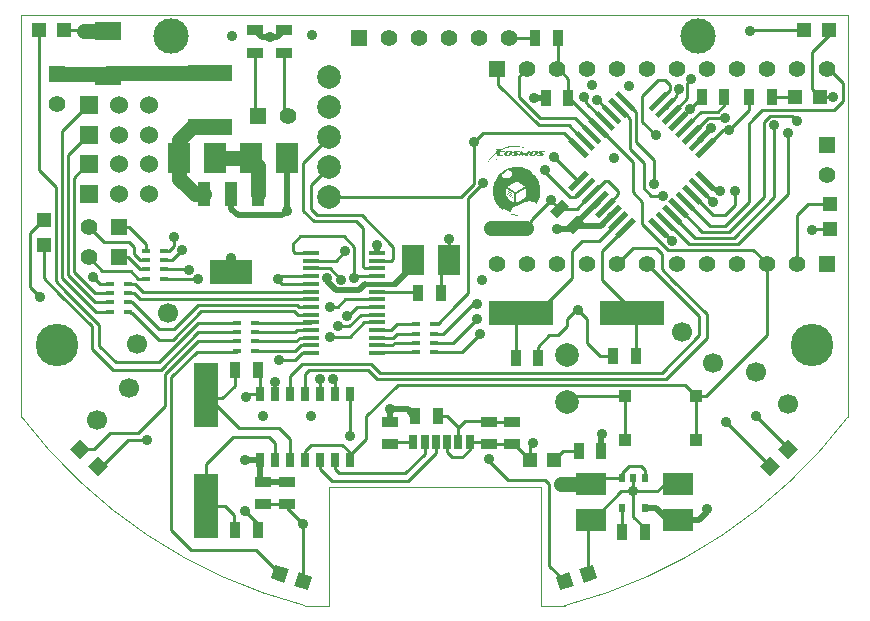
<source format=gbr>
G04 (created by PCBNEW (2013-07-07 BZR 4022)-stable) date 7/26/2015 4:19:23 PM*
%MOIN*%
G04 Gerber Fmt 3.4, Leading zero omitted, Abs format*
%FSLAX34Y34*%
G01*
G70*
G90*
G04 APERTURE LIST*
%ADD10C,0.00590551*%
%ADD11C,0.00393701*%
%ADD12C,0.0001*%
%ADD13R,0.0251968X0.05*%
%ADD14R,0.02X0.03*%
%ADD15R,0.025X0.05*%
%ADD16R,0.035X0.055*%
%ADD17R,0.055X0.035*%
%ADD18R,0.055X0.055*%
%ADD19C,0.055*%
%ADD20R,0.2165X0.0787*%
%ADD21R,0.0787X0.2165*%
%ADD22R,0.06X0.06*%
%ADD23C,0.06*%
%ADD24C,0.0787*%
%ADD25R,0.0472X0.0472*%
%ADD26R,0.0984X0.0768*%
%ADD27R,0.0768X0.0984*%
%ADD28R,0.0579X0.0165*%
%ADD29C,0.141732*%
%ADD30C,0.11811*%
%ADD31C,0.0669291*%
%ADD32R,0.03X0.017*%
%ADD33R,0.0394X0.0394*%
%ADD34C,0.0787402*%
%ADD35R,0.144X0.08*%
%ADD36R,0.04X0.08*%
%ADD37R,0.15X0.055*%
%ADD38R,0.0866X0.063*%
%ADD39C,0.035*%
%ADD40C,0.015748*%
%ADD41C,0.02*%
%ADD42C,0.01*%
%ADD43C,0.05*%
G04 APERTURE END LIST*
G54D10*
G54D11*
X102367Y-58653D02*
G75*
G02X92910Y-64961I-13785J10425D01*
G74*
G01*
X92913Y-64960D02*
X92125Y-64960D01*
X84251Y-64960D02*
X85039Y-64960D01*
X85039Y-61023D02*
X92125Y-61023D01*
X74797Y-58653D02*
G75*
G03X84255Y-64961I13785J10425D01*
G74*
G01*
X92125Y-61023D02*
X92125Y-64960D01*
X85039Y-61023D02*
X85039Y-64960D01*
X74803Y-58661D02*
X74803Y-45275D01*
X102362Y-45275D02*
X102362Y-58661D01*
X74803Y-45275D02*
X102362Y-45275D01*
G54D12*
G36*
X91361Y-51957D02*
X91359Y-51959D01*
X91350Y-51960D01*
X91337Y-51960D01*
X91321Y-51960D01*
X91302Y-51960D01*
X91283Y-51959D01*
X91264Y-51958D01*
X91248Y-51956D01*
X91234Y-51955D01*
X91234Y-51955D01*
X91202Y-51948D01*
X91175Y-51941D01*
X91152Y-51933D01*
X91134Y-51924D01*
X91121Y-51915D01*
X91116Y-51906D01*
X91115Y-51904D01*
X91119Y-51903D01*
X91128Y-51903D01*
X91142Y-51904D01*
X91160Y-51906D01*
X91179Y-51909D01*
X91200Y-51912D01*
X91220Y-51915D01*
X91238Y-51919D01*
X91253Y-51922D01*
X91264Y-51925D01*
X91265Y-51925D01*
X91277Y-51929D01*
X91292Y-51935D01*
X91302Y-51938D01*
X91317Y-51943D01*
X91333Y-51948D01*
X91342Y-51950D01*
X91352Y-51953D01*
X91360Y-51956D01*
X91361Y-51957D01*
X91361Y-51957D01*
X91361Y-51957D01*
G37*
G36*
X92101Y-51108D02*
X92099Y-51182D01*
X92092Y-51255D01*
X92077Y-51327D01*
X92063Y-51379D01*
X92051Y-51411D01*
X92036Y-51446D01*
X92019Y-51481D01*
X92000Y-51516D01*
X91980Y-51548D01*
X91961Y-51577D01*
X91943Y-51601D01*
X91938Y-51606D01*
X91933Y-51612D01*
X91931Y-51612D01*
X91933Y-51610D01*
X91942Y-51593D01*
X91947Y-51579D01*
X91947Y-51567D01*
X91946Y-51563D01*
X91943Y-51557D01*
X91943Y-51555D01*
X91943Y-51546D01*
X91940Y-51540D01*
X91937Y-51539D01*
X91932Y-51538D01*
X91932Y-51536D01*
X91928Y-51530D01*
X91920Y-51523D01*
X91909Y-51516D01*
X91896Y-51509D01*
X91883Y-51505D01*
X91880Y-51504D01*
X91866Y-51500D01*
X91851Y-51497D01*
X91845Y-51495D01*
X91835Y-51494D01*
X91821Y-51492D01*
X91803Y-51490D01*
X91783Y-51488D01*
X91781Y-51487D01*
X91747Y-51485D01*
X91713Y-51486D01*
X91682Y-51489D01*
X91655Y-51493D01*
X91642Y-51497D01*
X91631Y-51501D01*
X91621Y-51502D01*
X91619Y-51502D01*
X91613Y-51504D01*
X91610Y-51504D01*
X91610Y-51354D01*
X91610Y-51199D01*
X91610Y-51166D01*
X91610Y-51136D01*
X91610Y-51108D01*
X91610Y-51085D01*
X91609Y-51066D01*
X91609Y-51053D01*
X91608Y-51045D01*
X91608Y-51045D01*
X91605Y-51046D01*
X91595Y-51051D01*
X91581Y-51059D01*
X91580Y-51060D01*
X91580Y-50990D01*
X91580Y-50990D01*
X91577Y-50988D01*
X91569Y-50982D01*
X91556Y-50973D01*
X91539Y-50961D01*
X91520Y-50947D01*
X91509Y-50940D01*
X91509Y-50460D01*
X91507Y-50457D01*
X91500Y-50453D01*
X91488Y-50447D01*
X91473Y-50441D01*
X91457Y-50434D01*
X91440Y-50428D01*
X91426Y-50423D01*
X91381Y-50412D01*
X91337Y-50405D01*
X91290Y-50402D01*
X91275Y-50402D01*
X91209Y-50405D01*
X91144Y-50414D01*
X91083Y-50429D01*
X91024Y-50450D01*
X90969Y-50477D01*
X90919Y-50509D01*
X90874Y-50545D01*
X90860Y-50558D01*
X90831Y-50589D01*
X90809Y-50620D01*
X90791Y-50653D01*
X90790Y-50655D01*
X90783Y-50671D01*
X90780Y-50681D01*
X90780Y-50685D01*
X90783Y-50683D01*
X90789Y-50674D01*
X90795Y-50663D01*
X90805Y-50646D01*
X90815Y-50631D01*
X90824Y-50620D01*
X90831Y-50614D01*
X90836Y-50612D01*
X90838Y-50616D01*
X90838Y-50616D01*
X90836Y-50619D01*
X90835Y-50618D01*
X90831Y-50618D01*
X90830Y-50624D01*
X90830Y-50634D01*
X90833Y-50647D01*
X90837Y-50662D01*
X90839Y-50667D01*
X90844Y-50677D01*
X90852Y-50688D01*
X90860Y-50697D01*
X90868Y-50703D01*
X90872Y-50705D01*
X90877Y-50706D01*
X90886Y-50710D01*
X90887Y-50710D01*
X90903Y-50716D01*
X90924Y-50720D01*
X90948Y-50721D01*
X90974Y-50721D01*
X91000Y-50718D01*
X91023Y-50713D01*
X91029Y-50712D01*
X91044Y-50706D01*
X91061Y-50699D01*
X91077Y-50692D01*
X91090Y-50685D01*
X91099Y-50679D01*
X91102Y-50677D01*
X91107Y-50672D01*
X91109Y-50672D01*
X91113Y-50669D01*
X91121Y-50662D01*
X91130Y-50653D01*
X91139Y-50642D01*
X91147Y-50633D01*
X91152Y-50626D01*
X91152Y-50623D01*
X91154Y-50616D01*
X91157Y-50610D01*
X91162Y-50600D01*
X91166Y-50585D01*
X91168Y-50570D01*
X91169Y-50556D01*
X91168Y-50553D01*
X91162Y-50533D01*
X91152Y-50513D01*
X91139Y-50497D01*
X91138Y-50495D01*
X91129Y-50488D01*
X91123Y-50484D01*
X91122Y-50483D01*
X91117Y-50482D01*
X91108Y-50478D01*
X91101Y-50475D01*
X91088Y-50470D01*
X91074Y-50467D01*
X91069Y-50466D01*
X91058Y-50465D01*
X91051Y-50464D01*
X91050Y-50464D01*
X91044Y-50463D01*
X91036Y-50464D01*
X91029Y-50466D01*
X91027Y-50469D01*
X91024Y-50472D01*
X91023Y-50472D01*
X91020Y-50471D01*
X91023Y-50467D01*
X91030Y-50461D01*
X91040Y-50456D01*
X91045Y-50453D01*
X91087Y-50437D01*
X91135Y-50425D01*
X91186Y-50416D01*
X91238Y-50410D01*
X91289Y-50409D01*
X91338Y-50412D01*
X91361Y-50415D01*
X91379Y-50418D01*
X91401Y-50424D01*
X91424Y-50430D01*
X91448Y-50438D01*
X91470Y-50445D01*
X91488Y-50452D01*
X91497Y-50456D01*
X91505Y-50459D01*
X91509Y-50460D01*
X91509Y-50460D01*
X91509Y-50940D01*
X91498Y-50932D01*
X91474Y-50916D01*
X91449Y-50900D01*
X91425Y-50883D01*
X91401Y-50867D01*
X91379Y-50853D01*
X91359Y-50840D01*
X91342Y-50829D01*
X91329Y-50820D01*
X91321Y-50815D01*
X91318Y-50814D01*
X91314Y-50815D01*
X91303Y-50820D01*
X91287Y-50828D01*
X91265Y-50840D01*
X91238Y-50855D01*
X91206Y-50872D01*
X91170Y-50893D01*
X91159Y-50899D01*
X91128Y-50917D01*
X91100Y-50933D01*
X91073Y-50949D01*
X91050Y-50962D01*
X91030Y-50973D01*
X91015Y-50982D01*
X91005Y-50988D01*
X91001Y-50991D01*
X91001Y-50993D01*
X91003Y-50996D01*
X91007Y-51000D01*
X91015Y-51007D01*
X91027Y-51015D01*
X91043Y-51026D01*
X91063Y-51040D01*
X91088Y-51057D01*
X91119Y-51078D01*
X91129Y-51085D01*
X91157Y-51103D01*
X91183Y-51121D01*
X91206Y-51136D01*
X91226Y-51150D01*
X91243Y-51160D01*
X91255Y-51168D01*
X91262Y-51173D01*
X91263Y-51173D01*
X91267Y-51172D01*
X91276Y-51167D01*
X91290Y-51159D01*
X91309Y-51148D01*
X91332Y-51135D01*
X91358Y-51120D01*
X91387Y-51103D01*
X91418Y-51086D01*
X91422Y-51084D01*
X91453Y-51066D01*
X91482Y-51049D01*
X91508Y-51033D01*
X91532Y-51020D01*
X91551Y-51008D01*
X91566Y-50999D01*
X91576Y-50993D01*
X91580Y-50990D01*
X91580Y-51060D01*
X91562Y-51070D01*
X91539Y-51083D01*
X91513Y-51098D01*
X91484Y-51114D01*
X91453Y-51132D01*
X91449Y-51134D01*
X91293Y-51224D01*
X91293Y-51378D01*
X91293Y-51416D01*
X91293Y-51447D01*
X91293Y-51472D01*
X91293Y-51492D01*
X91293Y-51507D01*
X91294Y-51517D01*
X91295Y-51524D01*
X91296Y-51528D01*
X91297Y-51530D01*
X91298Y-51531D01*
X91299Y-51530D01*
X91304Y-51528D01*
X91314Y-51522D01*
X91329Y-51514D01*
X91349Y-51503D01*
X91372Y-51490D01*
X91399Y-51475D01*
X91428Y-51458D01*
X91458Y-51441D01*
X91610Y-51354D01*
X91610Y-51504D01*
X91601Y-51507D01*
X91586Y-51512D01*
X91575Y-51516D01*
X91557Y-51522D01*
X91540Y-51528D01*
X91526Y-51533D01*
X91520Y-51535D01*
X91509Y-51539D01*
X91502Y-51543D01*
X91500Y-51544D01*
X91496Y-51547D01*
X91494Y-51547D01*
X91488Y-51549D01*
X91476Y-51553D01*
X91461Y-51560D01*
X91442Y-51569D01*
X91421Y-51580D01*
X91399Y-51591D01*
X91378Y-51603D01*
X91357Y-51614D01*
X91354Y-51616D01*
X91333Y-51627D01*
X91319Y-51636D01*
X91308Y-51642D01*
X91299Y-51646D01*
X91292Y-51649D01*
X91286Y-51652D01*
X91278Y-51655D01*
X91269Y-51657D01*
X91255Y-51662D01*
X91243Y-51666D01*
X91236Y-51669D01*
X91235Y-51669D01*
X91234Y-51670D01*
X91234Y-51392D01*
X91234Y-51378D01*
X91234Y-51340D01*
X91233Y-51309D01*
X91233Y-51284D01*
X91233Y-51265D01*
X91233Y-51250D01*
X91232Y-51239D01*
X91231Y-51231D01*
X91230Y-51226D01*
X91229Y-51223D01*
X91227Y-51221D01*
X91227Y-51221D01*
X91223Y-51218D01*
X91213Y-51211D01*
X91199Y-51201D01*
X91181Y-51189D01*
X91161Y-51175D01*
X91138Y-51160D01*
X91114Y-51144D01*
X91090Y-51128D01*
X91066Y-51112D01*
X91043Y-51097D01*
X91023Y-51083D01*
X91005Y-51072D01*
X90992Y-51063D01*
X90982Y-51057D01*
X90981Y-51056D01*
X90968Y-51048D01*
X90968Y-51187D01*
X90968Y-51224D01*
X90968Y-51255D01*
X90968Y-51279D01*
X90969Y-51297D01*
X90969Y-51310D01*
X90970Y-51318D01*
X90971Y-51322D01*
X90972Y-51322D01*
X90980Y-51318D01*
X90990Y-51320D01*
X90998Y-51326D01*
X91005Y-51336D01*
X91008Y-51348D01*
X91008Y-51350D01*
X91006Y-51361D01*
X91001Y-51366D01*
X90997Y-51365D01*
X90997Y-51347D01*
X90995Y-51342D01*
X90992Y-51337D01*
X90986Y-51333D01*
X90984Y-51335D01*
X90985Y-51340D01*
X90988Y-51344D01*
X90994Y-51349D01*
X90997Y-51347D01*
X90997Y-51365D01*
X90993Y-51364D01*
X90984Y-51357D01*
X90976Y-51347D01*
X90971Y-51340D01*
X90968Y-51338D01*
X90968Y-51342D01*
X90968Y-51345D01*
X90968Y-51348D01*
X90970Y-51351D01*
X90974Y-51355D01*
X90980Y-51360D01*
X90990Y-51368D01*
X91003Y-51377D01*
X91020Y-51389D01*
X91042Y-51404D01*
X91069Y-51422D01*
X91098Y-51441D01*
X91125Y-51460D01*
X91151Y-51477D01*
X91175Y-51492D01*
X91195Y-51505D01*
X91211Y-51516D01*
X91223Y-51523D01*
X91230Y-51528D01*
X91231Y-51528D01*
X91231Y-51525D01*
X91232Y-51515D01*
X91232Y-51499D01*
X91233Y-51477D01*
X91233Y-51452D01*
X91233Y-51423D01*
X91234Y-51392D01*
X91234Y-51670D01*
X91227Y-51672D01*
X91216Y-51676D01*
X91213Y-51677D01*
X91202Y-51682D01*
X91191Y-51688D01*
X91182Y-51695D01*
X91176Y-51702D01*
X91174Y-51705D01*
X91172Y-51709D01*
X91167Y-51713D01*
X91161Y-51719D01*
X91160Y-51722D01*
X91157Y-51728D01*
X91152Y-51733D01*
X91147Y-51742D01*
X91145Y-51749D01*
X91144Y-51755D01*
X91141Y-51757D01*
X91138Y-51760D01*
X91135Y-51767D01*
X91133Y-51774D01*
X91130Y-51776D01*
X91127Y-51779D01*
X91123Y-51787D01*
X91119Y-51796D01*
X91116Y-51805D01*
X91115Y-51809D01*
X91114Y-51815D01*
X91112Y-51816D01*
X91108Y-51820D01*
X91106Y-51826D01*
X91103Y-51833D01*
X91101Y-51835D01*
X91098Y-51838D01*
X91095Y-51844D01*
X91092Y-51851D01*
X91088Y-51853D01*
X91086Y-51851D01*
X91086Y-51849D01*
X91085Y-51846D01*
X91081Y-51849D01*
X91075Y-51853D01*
X91070Y-51850D01*
X91067Y-51844D01*
X91062Y-51836D01*
X91058Y-51836D01*
X91055Y-51840D01*
X91052Y-51842D01*
X91050Y-51841D01*
X91050Y-51837D01*
X91052Y-51836D01*
X91056Y-51833D01*
X91053Y-51828D01*
X91043Y-51823D01*
X91039Y-51822D01*
X91020Y-51812D01*
X91000Y-51798D01*
X90982Y-51782D01*
X90972Y-51774D01*
X90963Y-51768D01*
X90952Y-51763D01*
X90938Y-51760D01*
X90920Y-51757D01*
X90900Y-51754D01*
X90879Y-51753D01*
X90863Y-51753D01*
X90853Y-51755D01*
X90849Y-51760D01*
X90847Y-51764D01*
X90840Y-51763D01*
X90828Y-51756D01*
X90821Y-51751D01*
X90802Y-51736D01*
X90785Y-51722D01*
X90768Y-51707D01*
X90751Y-51691D01*
X90733Y-51672D01*
X90712Y-51650D01*
X90688Y-51622D01*
X90685Y-51619D01*
X90675Y-51606D01*
X90663Y-51589D01*
X90649Y-51568D01*
X90634Y-51545D01*
X90620Y-51522D01*
X90607Y-51500D01*
X90597Y-51481D01*
X90596Y-51479D01*
X90567Y-51415D01*
X90545Y-51349D01*
X90529Y-51280D01*
X90520Y-51209D01*
X90517Y-51134D01*
X90517Y-51127D01*
X90519Y-51056D01*
X90527Y-50989D01*
X90540Y-50926D01*
X90558Y-50865D01*
X90582Y-50805D01*
X90604Y-50761D01*
X90639Y-50702D01*
X90681Y-50644D01*
X90728Y-50589D01*
X90780Y-50539D01*
X90835Y-50493D01*
X90893Y-50453D01*
X90905Y-50445D01*
X90970Y-50411D01*
X91038Y-50382D01*
X91109Y-50361D01*
X91181Y-50346D01*
X91254Y-50337D01*
X91328Y-50336D01*
X91401Y-50341D01*
X91474Y-50352D01*
X91545Y-50371D01*
X91614Y-50396D01*
X91653Y-50413D01*
X91716Y-50448D01*
X91777Y-50490D01*
X91836Y-50538D01*
X91892Y-50593D01*
X91943Y-50652D01*
X91953Y-50666D01*
X91966Y-50684D01*
X91979Y-50705D01*
X91993Y-50726D01*
X92005Y-50747D01*
X92012Y-50760D01*
X92042Y-50825D01*
X92066Y-50892D01*
X92084Y-50963D01*
X92096Y-51035D01*
X92101Y-51108D01*
X92101Y-51108D01*
X92101Y-51108D01*
G37*
G36*
X91650Y-49729D02*
X91645Y-49728D01*
X91634Y-49725D01*
X91621Y-49720D01*
X91544Y-49698D01*
X91464Y-49681D01*
X91382Y-49671D01*
X91298Y-49667D01*
X91213Y-49670D01*
X91129Y-49678D01*
X91069Y-49689D01*
X91006Y-49704D01*
X90942Y-49723D01*
X90879Y-49746D01*
X90819Y-49771D01*
X90785Y-49788D01*
X90763Y-49800D01*
X90843Y-49800D01*
X90874Y-49800D01*
X90897Y-49801D01*
X90913Y-49801D01*
X90922Y-49803D01*
X90923Y-49804D01*
X90922Y-49810D01*
X90918Y-49818D01*
X90918Y-49819D01*
X90912Y-49829D01*
X90851Y-49829D01*
X90831Y-49830D01*
X90813Y-49830D01*
X90800Y-49831D01*
X90792Y-49832D01*
X90790Y-49832D01*
X90793Y-49835D01*
X90802Y-49840D01*
X90812Y-49846D01*
X90823Y-49852D01*
X90831Y-49856D01*
X90833Y-49858D01*
X90829Y-49858D01*
X90820Y-49857D01*
X90807Y-49855D01*
X90803Y-49854D01*
X90789Y-49851D01*
X90778Y-49849D01*
X90772Y-49848D01*
X90772Y-49848D01*
X90769Y-49851D01*
X90764Y-49859D01*
X90760Y-49867D01*
X90751Y-49886D01*
X90760Y-49909D01*
X90770Y-49933D01*
X90817Y-49933D01*
X90839Y-49933D01*
X90854Y-49934D01*
X90862Y-49936D01*
X90864Y-49937D01*
X90863Y-49942D01*
X90859Y-49951D01*
X90859Y-49951D01*
X90853Y-49962D01*
X90767Y-49962D01*
X90765Y-49962D01*
X90765Y-49933D01*
X90755Y-49918D01*
X90744Y-49904D01*
X90741Y-49913D01*
X90740Y-49923D01*
X90746Y-49930D01*
X90756Y-49933D01*
X90765Y-49933D01*
X90765Y-49962D01*
X90733Y-49962D01*
X90706Y-49961D01*
X90686Y-49960D01*
X90673Y-49959D01*
X90669Y-49958D01*
X90656Y-49949D01*
X90648Y-49937D01*
X90644Y-49920D01*
X90645Y-49902D01*
X90651Y-49882D01*
X90653Y-49878D01*
X90657Y-49869D01*
X90659Y-49863D01*
X90658Y-49863D01*
X90654Y-49865D01*
X90644Y-49871D01*
X90632Y-49881D01*
X90616Y-49892D01*
X90599Y-49906D01*
X90582Y-49920D01*
X90565Y-49934D01*
X90549Y-49947D01*
X90546Y-49950D01*
X90502Y-49992D01*
X90459Y-50038D01*
X90418Y-50088D01*
X90380Y-50139D01*
X90348Y-50190D01*
X90341Y-50201D01*
X90336Y-50209D01*
X90333Y-50212D01*
X90333Y-50212D01*
X90334Y-50207D01*
X90339Y-50196D01*
X90346Y-50182D01*
X90355Y-50165D01*
X90366Y-50146D01*
X90377Y-50128D01*
X90387Y-50109D01*
X90397Y-50093D01*
X90401Y-50087D01*
X90435Y-50040D01*
X90473Y-49992D01*
X90515Y-49945D01*
X90559Y-49901D01*
X90604Y-49862D01*
X90615Y-49853D01*
X90651Y-49824D01*
X90622Y-49820D01*
X90604Y-49817D01*
X90586Y-49815D01*
X90571Y-49813D01*
X90560Y-49811D01*
X90555Y-49810D01*
X90556Y-49808D01*
X90563Y-49806D01*
X90577Y-49804D01*
X90598Y-49801D01*
X90609Y-49800D01*
X90625Y-49798D01*
X90639Y-49796D01*
X90648Y-49794D01*
X90652Y-49793D01*
X90650Y-49790D01*
X90644Y-49782D01*
X90634Y-49771D01*
X90622Y-49758D01*
X90618Y-49754D01*
X90606Y-49740D01*
X90596Y-49729D01*
X90589Y-49720D01*
X90585Y-49716D01*
X90585Y-49716D01*
X90589Y-49717D01*
X90597Y-49722D01*
X90609Y-49729D01*
X90617Y-49734D01*
X90632Y-49744D01*
X90646Y-49753D01*
X90658Y-49760D01*
X90661Y-49762D01*
X90675Y-49770D01*
X90673Y-49718D01*
X90672Y-49665D01*
X90687Y-49714D01*
X90693Y-49732D01*
X90698Y-49746D01*
X90702Y-49757D01*
X90705Y-49763D01*
X90705Y-49763D01*
X90708Y-49760D01*
X90714Y-49752D01*
X90723Y-49741D01*
X90734Y-49727D01*
X90735Y-49726D01*
X90749Y-49707D01*
X90760Y-49694D01*
X90766Y-49686D01*
X90769Y-49684D01*
X90770Y-49686D01*
X90767Y-49694D01*
X90766Y-49695D01*
X90761Y-49707D01*
X90756Y-49721D01*
X90750Y-49736D01*
X90745Y-49749D01*
X90742Y-49760D01*
X90740Y-49766D01*
X90740Y-49767D01*
X90744Y-49765D01*
X90752Y-49761D01*
X90764Y-49755D01*
X90765Y-49754D01*
X90818Y-49728D01*
X90876Y-49704D01*
X90938Y-49683D01*
X91002Y-49665D01*
X91065Y-49651D01*
X91097Y-49646D01*
X91117Y-49643D01*
X91143Y-49642D01*
X91173Y-49640D01*
X91206Y-49639D01*
X91240Y-49639D01*
X91273Y-49639D01*
X91305Y-49640D01*
X91332Y-49641D01*
X91355Y-49643D01*
X91365Y-49644D01*
X91407Y-49651D01*
X91450Y-49660D01*
X91492Y-49671D01*
X91533Y-49682D01*
X91571Y-49694D01*
X91605Y-49707D01*
X91633Y-49719D01*
X91642Y-49724D01*
X91649Y-49728D01*
X91650Y-49729D01*
X91650Y-49729D01*
X91650Y-49729D01*
G37*
G36*
X92257Y-50113D02*
X92256Y-50128D01*
X92256Y-50138D01*
X92254Y-50145D01*
X92250Y-50151D01*
X92244Y-50157D01*
X92231Y-50169D01*
X92192Y-50169D01*
X92176Y-50169D01*
X92162Y-50168D01*
X92154Y-50167D01*
X92151Y-50166D01*
X92154Y-50164D01*
X92163Y-50163D01*
X92179Y-50162D01*
X92190Y-50162D01*
X92208Y-50162D01*
X92220Y-50161D01*
X92228Y-50160D01*
X92234Y-50158D01*
X92238Y-50154D01*
X92240Y-50153D01*
X92247Y-50145D01*
X92250Y-50140D01*
X92249Y-50138D01*
X92249Y-50129D01*
X92249Y-50106D01*
X92249Y-50091D01*
X92246Y-50081D01*
X92241Y-50075D01*
X92232Y-50071D01*
X92218Y-50070D01*
X92199Y-50070D01*
X92179Y-50070D01*
X92165Y-50071D01*
X92158Y-50074D01*
X92158Y-50074D01*
X92155Y-50080D01*
X92153Y-50091D01*
X92153Y-50099D01*
X92154Y-50111D01*
X92156Y-50121D01*
X92158Y-50124D01*
X92164Y-50126D01*
X92178Y-50128D01*
X92198Y-50129D01*
X92206Y-50129D01*
X92249Y-50129D01*
X92249Y-50138D01*
X92248Y-50136D01*
X92241Y-50134D01*
X92228Y-50133D01*
X92208Y-50132D01*
X92201Y-50132D01*
X92180Y-50132D01*
X92165Y-50131D01*
X92155Y-50129D01*
X92149Y-50125D01*
X92147Y-50118D01*
X92146Y-50108D01*
X92146Y-50099D01*
X92146Y-50086D01*
X92147Y-50077D01*
X92151Y-50071D01*
X92159Y-50068D01*
X92170Y-50066D01*
X92188Y-50066D01*
X92199Y-50066D01*
X92221Y-50066D01*
X92236Y-50067D01*
X92247Y-50070D01*
X92253Y-50076D01*
X92256Y-50085D01*
X92257Y-50099D01*
X92257Y-50113D01*
X92257Y-50113D01*
X92257Y-50113D01*
G37*
G36*
X90654Y-50064D02*
X90653Y-50076D01*
X90651Y-50084D01*
X90646Y-50089D01*
X90646Y-50067D01*
X90646Y-50066D01*
X90646Y-50051D01*
X90591Y-50051D01*
X90535Y-50051D01*
X90535Y-50071D01*
X90535Y-50092D01*
X90585Y-50092D01*
X90606Y-50092D01*
X90621Y-50091D01*
X90631Y-50090D01*
X90637Y-50088D01*
X90641Y-50086D01*
X90645Y-50078D01*
X90646Y-50067D01*
X90646Y-50089D01*
X90646Y-50090D01*
X90644Y-50091D01*
X90639Y-50095D01*
X90634Y-50097D01*
X90626Y-50098D01*
X90614Y-50099D01*
X90598Y-50099D01*
X90585Y-50099D01*
X90535Y-50099D01*
X90535Y-50119D01*
X90535Y-50131D01*
X90533Y-50138D01*
X90532Y-50140D01*
X90530Y-50136D01*
X90529Y-50125D01*
X90529Y-50108D01*
X90529Y-50093D01*
X90530Y-50046D01*
X90592Y-50045D01*
X90654Y-50044D01*
X90654Y-50064D01*
X90654Y-50064D01*
X90654Y-50064D01*
G37*
G36*
X90750Y-50103D02*
X90749Y-50120D01*
X90748Y-50132D01*
X90747Y-50139D01*
X90746Y-50140D01*
X90744Y-50136D01*
X90743Y-50126D01*
X90742Y-50111D01*
X90742Y-50103D01*
X90743Y-50086D01*
X90744Y-50073D01*
X90745Y-50067D01*
X90746Y-50066D01*
X90748Y-50069D01*
X90749Y-50079D01*
X90750Y-50094D01*
X90750Y-50103D01*
X90750Y-50103D01*
X90750Y-50103D01*
G37*
G36*
X90957Y-50107D02*
X90951Y-50122D01*
X90949Y-50123D01*
X90949Y-50099D01*
X90945Y-50086D01*
X90939Y-50079D01*
X90934Y-50074D01*
X90927Y-50071D01*
X90918Y-50070D01*
X90904Y-50070D01*
X90900Y-50070D01*
X90885Y-50070D01*
X90875Y-50071D01*
X90868Y-50073D01*
X90862Y-50077D01*
X90860Y-50079D01*
X90851Y-50092D01*
X90849Y-50105D01*
X90855Y-50118D01*
X90860Y-50123D01*
X90865Y-50128D01*
X90871Y-50130D01*
X90880Y-50132D01*
X90893Y-50132D01*
X90901Y-50132D01*
X90917Y-50132D01*
X90927Y-50131D01*
X90934Y-50129D01*
X90940Y-50125D01*
X90941Y-50124D01*
X90948Y-50113D01*
X90949Y-50099D01*
X90949Y-50123D01*
X90945Y-50128D01*
X90939Y-50134D01*
X90934Y-50137D01*
X90927Y-50139D01*
X90916Y-50140D01*
X90901Y-50140D01*
X90885Y-50139D01*
X90874Y-50139D01*
X90867Y-50137D01*
X90861Y-50133D01*
X90857Y-50130D01*
X90850Y-50123D01*
X90847Y-50116D01*
X90846Y-50106D01*
X90846Y-50101D01*
X90847Y-50088D01*
X90849Y-50080D01*
X90854Y-50074D01*
X90859Y-50070D01*
X90865Y-50068D01*
X90873Y-50066D01*
X90886Y-50066D01*
X90900Y-50066D01*
X90917Y-50066D01*
X90928Y-50066D01*
X90935Y-50068D01*
X90940Y-50070D01*
X90945Y-50074D01*
X90947Y-50077D01*
X90955Y-50092D01*
X90957Y-50107D01*
X90957Y-50107D01*
X90957Y-50107D01*
G37*
G36*
X91163Y-50117D02*
X91162Y-50129D01*
X91161Y-50135D01*
X91160Y-50135D01*
X91158Y-50128D01*
X91157Y-50113D01*
X91156Y-50106D01*
X91154Y-50071D01*
X91115Y-50070D01*
X91098Y-50070D01*
X91086Y-50070D01*
X91078Y-50072D01*
X91073Y-50074D01*
X91068Y-50078D01*
X91067Y-50078D01*
X91061Y-50084D01*
X91058Y-50090D01*
X91056Y-50100D01*
X91055Y-50114D01*
X91055Y-50126D01*
X91053Y-50135D01*
X91052Y-50138D01*
X91052Y-50138D01*
X91050Y-50133D01*
X91049Y-50123D01*
X91049Y-50112D01*
X91049Y-50098D01*
X91051Y-50088D01*
X91056Y-50080D01*
X91059Y-50077D01*
X91068Y-50066D01*
X91115Y-50067D01*
X91162Y-50068D01*
X91163Y-50099D01*
X91163Y-50117D01*
X91163Y-50117D01*
X91163Y-50117D01*
G37*
G36*
X91366Y-50082D02*
X91365Y-50094D01*
X91363Y-50099D01*
X91360Y-50102D01*
X91359Y-50103D01*
X91359Y-50086D01*
X91358Y-50079D01*
X91354Y-50074D01*
X91347Y-50071D01*
X91334Y-50070D01*
X91315Y-50070D01*
X91314Y-50070D01*
X91293Y-50070D01*
X91279Y-50071D01*
X91270Y-50074D01*
X91265Y-50079D01*
X91263Y-50086D01*
X91263Y-50090D01*
X91263Y-50103D01*
X91307Y-50103D01*
X91330Y-50102D01*
X91345Y-50101D01*
X91354Y-50099D01*
X91355Y-50098D01*
X91358Y-50091D01*
X91359Y-50086D01*
X91359Y-50103D01*
X91357Y-50104D01*
X91350Y-50105D01*
X91340Y-50106D01*
X91324Y-50106D01*
X91311Y-50106D01*
X91289Y-50107D01*
X91275Y-50107D01*
X91266Y-50109D01*
X91263Y-50112D01*
X91264Y-50117D01*
X91270Y-50123D01*
X91272Y-50124D01*
X91276Y-50128D01*
X91282Y-50130D01*
X91290Y-50132D01*
X91302Y-50132D01*
X91320Y-50132D01*
X91338Y-50133D01*
X91351Y-50134D01*
X91358Y-50135D01*
X91359Y-50136D01*
X91356Y-50138D01*
X91346Y-50139D01*
X91330Y-50140D01*
X91319Y-50140D01*
X91301Y-50140D01*
X91288Y-50139D01*
X91280Y-50138D01*
X91274Y-50135D01*
X91269Y-50132D01*
X91267Y-50130D01*
X91261Y-50124D01*
X91257Y-50117D01*
X91256Y-50108D01*
X91256Y-50099D01*
X91256Y-50087D01*
X91258Y-50077D01*
X91263Y-50072D01*
X91272Y-50068D01*
X91285Y-50066D01*
X91304Y-50066D01*
X91312Y-50066D01*
X91332Y-50066D01*
X91345Y-50067D01*
X91354Y-50068D01*
X91359Y-50070D01*
X91361Y-50072D01*
X91366Y-50082D01*
X91366Y-50082D01*
X91366Y-50082D01*
G37*
G36*
X91566Y-50086D02*
X91565Y-50094D01*
X91563Y-50100D01*
X91560Y-50102D01*
X91560Y-50083D01*
X91556Y-50075D01*
X91556Y-50075D01*
X91551Y-50072D01*
X91542Y-50070D01*
X91527Y-50070D01*
X91516Y-50070D01*
X91495Y-50070D01*
X91481Y-50071D01*
X91473Y-50074D01*
X91468Y-50079D01*
X91466Y-50087D01*
X91466Y-50090D01*
X91466Y-50103D01*
X91508Y-50103D01*
X91525Y-50102D01*
X91539Y-50102D01*
X91549Y-50101D01*
X91553Y-50100D01*
X91558Y-50093D01*
X91560Y-50083D01*
X91560Y-50102D01*
X91558Y-50103D01*
X91548Y-50105D01*
X91534Y-50106D01*
X91513Y-50106D01*
X91512Y-50106D01*
X91491Y-50107D01*
X91477Y-50108D01*
X91469Y-50109D01*
X91466Y-50113D01*
X91468Y-50117D01*
X91475Y-50124D01*
X91475Y-50124D01*
X91479Y-50128D01*
X91485Y-50130D01*
X91493Y-50132D01*
X91505Y-50132D01*
X91523Y-50132D01*
X91541Y-50133D01*
X91554Y-50134D01*
X91561Y-50135D01*
X91562Y-50136D01*
X91559Y-50138D01*
X91549Y-50139D01*
X91533Y-50140D01*
X91522Y-50140D01*
X91504Y-50140D01*
X91492Y-50139D01*
X91483Y-50138D01*
X91477Y-50135D01*
X91472Y-50132D01*
X91470Y-50130D01*
X91464Y-50124D01*
X91460Y-50118D01*
X91459Y-50108D01*
X91459Y-50099D01*
X91459Y-50086D01*
X91461Y-50077D01*
X91466Y-50071D01*
X91474Y-50068D01*
X91486Y-50066D01*
X91505Y-50066D01*
X91514Y-50066D01*
X91534Y-50066D01*
X91549Y-50067D01*
X91558Y-50069D01*
X91563Y-50073D01*
X91565Y-50079D01*
X91566Y-50086D01*
X91566Y-50086D01*
X91566Y-50086D01*
G37*
G36*
X91751Y-50066D02*
X91750Y-50076D01*
X91750Y-50086D01*
X91744Y-50078D01*
X91740Y-50073D01*
X91735Y-50071D01*
X91726Y-50070D01*
X91712Y-50070D01*
X91698Y-50070D01*
X91689Y-50071D01*
X91682Y-50074D01*
X91676Y-50079D01*
X91676Y-50080D01*
X91670Y-50086D01*
X91667Y-50094D01*
X91665Y-50105D01*
X91665Y-50116D01*
X91663Y-50142D01*
X91663Y-50112D01*
X91663Y-50097D01*
X91663Y-50087D01*
X91665Y-50080D01*
X91669Y-50076D01*
X91671Y-50074D01*
X91675Y-50070D01*
X91681Y-50068D01*
X91690Y-50066D01*
X91703Y-50066D01*
X91715Y-50066D01*
X91751Y-50066D01*
X91751Y-50066D01*
X91751Y-50066D01*
G37*
G36*
X91847Y-50103D02*
X91846Y-50120D01*
X91845Y-50132D01*
X91844Y-50139D01*
X91843Y-50140D01*
X91841Y-50136D01*
X91840Y-50126D01*
X91839Y-50111D01*
X91839Y-50103D01*
X91840Y-50086D01*
X91841Y-50073D01*
X91842Y-50067D01*
X91843Y-50066D01*
X91845Y-50069D01*
X91846Y-50079D01*
X91847Y-50094D01*
X91847Y-50103D01*
X91847Y-50103D01*
X91847Y-50103D01*
G37*
G36*
X92053Y-50121D02*
X92052Y-50133D01*
X92051Y-50139D01*
X92050Y-50140D01*
X92048Y-50136D01*
X92047Y-50127D01*
X92046Y-50113D01*
X92045Y-50106D01*
X92044Y-50071D01*
X92007Y-50070D01*
X91990Y-50070D01*
X91978Y-50070D01*
X91970Y-50071D01*
X91965Y-50074D01*
X91959Y-50078D01*
X91958Y-50079D01*
X91952Y-50085D01*
X91948Y-50090D01*
X91947Y-50099D01*
X91946Y-50112D01*
X91945Y-50115D01*
X91944Y-50142D01*
X91943Y-50112D01*
X91943Y-50097D01*
X91944Y-50087D01*
X91946Y-50080D01*
X91949Y-50076D01*
X91951Y-50074D01*
X91955Y-50070D01*
X91960Y-50068D01*
X91967Y-50067D01*
X91977Y-50066D01*
X91992Y-50066D01*
X92006Y-50067D01*
X92052Y-50068D01*
X92053Y-50104D01*
X92053Y-50121D01*
X92053Y-50121D01*
X92053Y-50121D01*
G37*
G36*
X90750Y-50046D02*
X90749Y-50053D01*
X90747Y-50054D01*
X90745Y-50052D01*
X90743Y-50047D01*
X90743Y-50040D01*
X90745Y-50036D01*
X90746Y-50036D01*
X90749Y-50039D01*
X90750Y-50046D01*
X90750Y-50046D01*
X90750Y-50046D01*
G37*
G36*
X91847Y-50046D02*
X91845Y-50052D01*
X91843Y-50055D01*
X91840Y-50052D01*
X91839Y-50046D01*
X91840Y-50039D01*
X91843Y-50036D01*
X91846Y-50039D01*
X91847Y-50046D01*
X91847Y-50046D01*
X91847Y-50046D01*
G37*
G36*
X91178Y-49843D02*
X91175Y-49862D01*
X91167Y-49883D01*
X91154Y-49904D01*
X91141Y-49920D01*
X91129Y-49932D01*
X91118Y-49942D01*
X91107Y-49949D01*
X91095Y-49954D01*
X91081Y-49957D01*
X91081Y-49840D01*
X91080Y-49835D01*
X91076Y-49832D01*
X91067Y-49831D01*
X91059Y-49830D01*
X91043Y-49830D01*
X91031Y-49833D01*
X91021Y-49840D01*
X91012Y-49852D01*
X91003Y-49869D01*
X90994Y-49889D01*
X90988Y-49904D01*
X90985Y-49914D01*
X90985Y-49921D01*
X90987Y-49926D01*
X90988Y-49927D01*
X90997Y-49932D01*
X91010Y-49933D01*
X91024Y-49931D01*
X91037Y-49926D01*
X91037Y-49925D01*
X91044Y-49920D01*
X91051Y-49911D01*
X91059Y-49897D01*
X91066Y-49883D01*
X91073Y-49867D01*
X91078Y-49854D01*
X91081Y-49844D01*
X91081Y-49840D01*
X91081Y-49957D01*
X91080Y-49957D01*
X91062Y-49960D01*
X91039Y-49961D01*
X91009Y-49961D01*
X91005Y-49961D01*
X90975Y-49961D01*
X90952Y-49961D01*
X90935Y-49960D01*
X90923Y-49959D01*
X90916Y-49957D01*
X90902Y-49949D01*
X90893Y-49935D01*
X90891Y-49918D01*
X90891Y-49914D01*
X90897Y-49890D01*
X90908Y-49866D01*
X90924Y-49844D01*
X90944Y-49825D01*
X90966Y-49811D01*
X90973Y-49808D01*
X90981Y-49805D01*
X90988Y-49803D01*
X90996Y-49802D01*
X91006Y-49801D01*
X91020Y-49800D01*
X91038Y-49800D01*
X91061Y-49800D01*
X91075Y-49801D01*
X91156Y-49802D01*
X91165Y-49812D01*
X91175Y-49825D01*
X91178Y-49843D01*
X91178Y-49843D01*
X91178Y-49843D01*
G37*
G36*
X91422Y-49804D02*
X91420Y-49809D01*
X91416Y-49818D01*
X91416Y-49819D01*
X91410Y-49830D01*
X91360Y-49829D01*
X91342Y-49829D01*
X91326Y-49829D01*
X91315Y-49830D01*
X91309Y-49830D01*
X91309Y-49830D01*
X91311Y-49833D01*
X91317Y-49840D01*
X91327Y-49849D01*
X91334Y-49856D01*
X91355Y-49875D01*
X91369Y-49892D01*
X91378Y-49906D01*
X91381Y-49919D01*
X91378Y-49930D01*
X91370Y-49940D01*
X91359Y-49948D01*
X91346Y-49954D01*
X91344Y-49955D01*
X91335Y-49957D01*
X91321Y-49958D01*
X91303Y-49959D01*
X91282Y-49960D01*
X91260Y-49961D01*
X91236Y-49962D01*
X91214Y-49962D01*
X91193Y-49962D01*
X91174Y-49962D01*
X91160Y-49961D01*
X91151Y-49960D01*
X91149Y-49959D01*
X91150Y-49953D01*
X91154Y-49944D01*
X91154Y-49944D01*
X91160Y-49933D01*
X91212Y-49933D01*
X91265Y-49933D01*
X91233Y-49902D01*
X91217Y-49886D01*
X91205Y-49874D01*
X91198Y-49865D01*
X91195Y-49857D01*
X91194Y-49849D01*
X91195Y-49843D01*
X91197Y-49833D01*
X91203Y-49825D01*
X91213Y-49818D01*
X91226Y-49811D01*
X91232Y-49808D01*
X91237Y-49806D01*
X91244Y-49804D01*
X91252Y-49803D01*
X91264Y-49802D01*
X91280Y-49801D01*
X91301Y-49801D01*
X91328Y-49801D01*
X91332Y-49801D01*
X91363Y-49800D01*
X91387Y-49800D01*
X91404Y-49801D01*
X91415Y-49802D01*
X91421Y-49803D01*
X91422Y-49804D01*
X91422Y-49804D01*
X91422Y-49804D01*
G37*
G36*
X91761Y-49805D02*
X91759Y-49809D01*
X91754Y-49819D01*
X91747Y-49834D01*
X91739Y-49853D01*
X91730Y-49874D01*
X91724Y-49886D01*
X91690Y-49962D01*
X91645Y-49962D01*
X91627Y-49962D01*
X91613Y-49961D01*
X91603Y-49960D01*
X91599Y-49959D01*
X91599Y-49959D01*
X91601Y-49954D01*
X91604Y-49945D01*
X91610Y-49932D01*
X91610Y-49931D01*
X91616Y-49918D01*
X91619Y-49909D01*
X91621Y-49903D01*
X91621Y-49903D01*
X91617Y-49904D01*
X91609Y-49908D01*
X91596Y-49916D01*
X91581Y-49925D01*
X91571Y-49931D01*
X91552Y-49944D01*
X91535Y-49953D01*
X91522Y-49960D01*
X91514Y-49962D01*
X91514Y-49962D01*
X91508Y-49961D01*
X91502Y-49957D01*
X91495Y-49950D01*
X91484Y-49938D01*
X91479Y-49931D01*
X91469Y-49918D01*
X91460Y-49908D01*
X91454Y-49901D01*
X91451Y-49900D01*
X91449Y-49903D01*
X91444Y-49911D01*
X91439Y-49924D01*
X91436Y-49930D01*
X91423Y-49961D01*
X91402Y-49962D01*
X91391Y-49962D01*
X91383Y-49961D01*
X91381Y-49960D01*
X91383Y-49956D01*
X91387Y-49946D01*
X91393Y-49931D01*
X91401Y-49913D01*
X91410Y-49892D01*
X91416Y-49879D01*
X91450Y-49802D01*
X91472Y-49801D01*
X91494Y-49800D01*
X91525Y-49851D01*
X91536Y-49868D01*
X91545Y-49883D01*
X91552Y-49894D01*
X91556Y-49901D01*
X91557Y-49903D01*
X91560Y-49901D01*
X91570Y-49896D01*
X91585Y-49887D01*
X91605Y-49874D01*
X91630Y-49859D01*
X91660Y-49840D01*
X91693Y-49819D01*
X91708Y-49810D01*
X91719Y-49804D01*
X91728Y-49801D01*
X91737Y-49800D01*
X91743Y-49800D01*
X91755Y-49800D01*
X91760Y-49802D01*
X91761Y-49805D01*
X91761Y-49805D01*
X91761Y-49805D01*
G37*
G36*
X92020Y-49841D02*
X92019Y-49846D01*
X92014Y-49870D01*
X92003Y-49895D01*
X91986Y-49917D01*
X91966Y-49937D01*
X91943Y-49951D01*
X91943Y-49951D01*
X91936Y-49954D01*
X91929Y-49957D01*
X91922Y-49958D01*
X91922Y-49831D01*
X91898Y-49830D01*
X91884Y-49830D01*
X91873Y-49832D01*
X91865Y-49838D01*
X91857Y-49847D01*
X91849Y-49863D01*
X91845Y-49870D01*
X91835Y-49894D01*
X91830Y-49911D01*
X91829Y-49924D01*
X91830Y-49928D01*
X91835Y-49932D01*
X91844Y-49933D01*
X91857Y-49932D01*
X91869Y-49930D01*
X91880Y-49926D01*
X91885Y-49922D01*
X91892Y-49913D01*
X91900Y-49900D01*
X91908Y-49884D01*
X91915Y-49868D01*
X91920Y-49854D01*
X91922Y-49844D01*
X91922Y-49831D01*
X91922Y-49958D01*
X91922Y-49958D01*
X91912Y-49960D01*
X91900Y-49960D01*
X91883Y-49961D01*
X91861Y-49961D01*
X91847Y-49961D01*
X91816Y-49961D01*
X91793Y-49961D01*
X91775Y-49960D01*
X91763Y-49959D01*
X91758Y-49957D01*
X91745Y-49949D01*
X91736Y-49936D01*
X91733Y-49919D01*
X91736Y-49900D01*
X91744Y-49878D01*
X91745Y-49876D01*
X91761Y-49849D01*
X91782Y-49827D01*
X91805Y-49813D01*
X91826Y-49802D01*
X91912Y-49802D01*
X91999Y-49802D01*
X92010Y-49814D01*
X92017Y-49823D01*
X92020Y-49830D01*
X92020Y-49841D01*
X92020Y-49841D01*
X92020Y-49841D01*
G37*
G36*
X92268Y-49799D02*
X92263Y-49810D01*
X92260Y-49817D01*
X92256Y-49823D01*
X92251Y-49826D01*
X92244Y-49828D01*
X92232Y-49829D01*
X92216Y-49829D01*
X92200Y-49829D01*
X92149Y-49829D01*
X92186Y-49865D01*
X92203Y-49883D01*
X92214Y-49896D01*
X92222Y-49906D01*
X92224Y-49915D01*
X92224Y-49923D01*
X92220Y-49932D01*
X92218Y-49934D01*
X92213Y-49941D01*
X92206Y-49947D01*
X92197Y-49951D01*
X92186Y-49955D01*
X92171Y-49958D01*
X92151Y-49959D01*
X92126Y-49961D01*
X92095Y-49961D01*
X92082Y-49962D01*
X92057Y-49962D01*
X92034Y-49962D01*
X92016Y-49962D01*
X92001Y-49962D01*
X91993Y-49962D01*
X91991Y-49961D01*
X91992Y-49957D01*
X91995Y-49949D01*
X91996Y-49946D01*
X92002Y-49933D01*
X92054Y-49933D01*
X92107Y-49933D01*
X92073Y-49900D01*
X92059Y-49886D01*
X92048Y-49873D01*
X92040Y-49863D01*
X92036Y-49856D01*
X92037Y-49843D01*
X92043Y-49830D01*
X92056Y-49818D01*
X92066Y-49811D01*
X92072Y-49808D01*
X92078Y-49806D01*
X92084Y-49804D01*
X92092Y-49803D01*
X92103Y-49802D01*
X92118Y-49802D01*
X92138Y-49801D01*
X92163Y-49801D01*
X92176Y-49801D01*
X92268Y-49799D01*
X92268Y-49799D01*
X92268Y-49799D01*
G37*
G36*
X90639Y-49894D02*
X90637Y-49896D01*
X90635Y-49894D01*
X90637Y-49892D01*
X90639Y-49894D01*
X90639Y-49894D01*
X90639Y-49894D01*
G37*
G36*
X91658Y-49732D02*
X91656Y-49733D01*
X91655Y-49732D01*
X91656Y-49730D01*
X91658Y-49732D01*
X91658Y-49732D01*
X91658Y-49732D01*
G37*
G36*
X91197Y-51372D02*
X91194Y-51378D01*
X91192Y-51380D01*
X91185Y-51382D01*
X91180Y-51380D01*
X91171Y-51374D01*
X91157Y-51366D01*
X91140Y-51355D01*
X91121Y-51343D01*
X91101Y-51330D01*
X91080Y-51316D01*
X91059Y-51302D01*
X91040Y-51290D01*
X91024Y-51278D01*
X91011Y-51269D01*
X91002Y-51263D01*
X90998Y-51260D01*
X90999Y-51253D01*
X91003Y-51249D01*
X91006Y-51247D01*
X91010Y-51247D01*
X91016Y-51248D01*
X91024Y-51252D01*
X91035Y-51259D01*
X91051Y-51269D01*
X91071Y-51282D01*
X91075Y-51284D01*
X91095Y-51298D01*
X91118Y-51313D01*
X91141Y-51327D01*
X91157Y-51338D01*
X91175Y-51350D01*
X91188Y-51359D01*
X91195Y-51367D01*
X91197Y-51372D01*
X91197Y-51372D01*
X91197Y-51372D01*
G37*
G36*
X91202Y-51310D02*
X91202Y-51317D01*
X91197Y-51323D01*
X91191Y-51325D01*
X91187Y-51323D01*
X91178Y-51318D01*
X91164Y-51309D01*
X91146Y-51298D01*
X91125Y-51286D01*
X91103Y-51271D01*
X91100Y-51270D01*
X91072Y-51251D01*
X91050Y-51237D01*
X91032Y-51225D01*
X91020Y-51216D01*
X91011Y-51209D01*
X91006Y-51203D01*
X91003Y-51199D01*
X91004Y-51196D01*
X91005Y-51194D01*
X91011Y-51189D01*
X91015Y-51189D01*
X91019Y-51191D01*
X91029Y-51196D01*
X91043Y-51204D01*
X91060Y-51215D01*
X91079Y-51227D01*
X91100Y-51240D01*
X91121Y-51254D01*
X91142Y-51268D01*
X91161Y-51280D01*
X91177Y-51291D01*
X91190Y-51301D01*
X91199Y-51307D01*
X91202Y-51310D01*
X91202Y-51310D01*
X91202Y-51310D01*
G37*
G36*
X91198Y-51247D02*
X91198Y-51254D01*
X91193Y-51260D01*
X91188Y-51262D01*
X91184Y-51261D01*
X91174Y-51255D01*
X91161Y-51247D01*
X91145Y-51237D01*
X91131Y-51228D01*
X91110Y-51214D01*
X91087Y-51199D01*
X91065Y-51185D01*
X91045Y-51173D01*
X91040Y-51169D01*
X91023Y-51158D01*
X91012Y-51150D01*
X91005Y-51144D01*
X91002Y-51140D01*
X91002Y-51136D01*
X91005Y-51129D01*
X91009Y-51126D01*
X91014Y-51128D01*
X91024Y-51133D01*
X91038Y-51141D01*
X91055Y-51152D01*
X91075Y-51164D01*
X91095Y-51177D01*
X91117Y-51190D01*
X91137Y-51204D01*
X91157Y-51216D01*
X91173Y-51228D01*
X91186Y-51237D01*
X91195Y-51243D01*
X91198Y-51247D01*
X91198Y-51247D01*
X91198Y-51247D01*
G37*
G54D13*
X87868Y-59513D03*
X88616Y-59513D03*
X88990Y-59513D03*
X88242Y-59513D03*
X89364Y-59513D03*
X89738Y-59513D03*
G54D10*
G36*
X94716Y-52704D02*
X94591Y-52579D01*
X95147Y-52022D01*
X95273Y-52147D01*
X94716Y-52704D01*
X94716Y-52704D01*
G37*
G36*
X94493Y-52481D02*
X94368Y-52356D01*
X94925Y-51799D01*
X95050Y-51925D01*
X94493Y-52481D01*
X94493Y-52481D01*
G37*
G36*
X94271Y-52258D02*
X94145Y-52133D01*
X94702Y-51577D01*
X94827Y-51702D01*
X94271Y-52258D01*
X94271Y-52258D01*
G37*
G36*
X94048Y-52036D02*
X93923Y-51910D01*
X94479Y-51354D01*
X94604Y-51479D01*
X94048Y-52036D01*
X94048Y-52036D01*
G37*
G36*
X93825Y-51813D02*
X93700Y-51688D01*
X94256Y-51131D01*
X94382Y-51256D01*
X93825Y-51813D01*
X93825Y-51813D01*
G37*
G36*
X93602Y-51590D02*
X93477Y-51465D01*
X94034Y-50909D01*
X94159Y-51034D01*
X93602Y-51590D01*
X93602Y-51590D01*
G37*
G36*
X93380Y-51367D02*
X93254Y-51242D01*
X93811Y-50686D01*
X93936Y-50811D01*
X93380Y-51367D01*
X93380Y-51367D01*
G37*
G36*
X93157Y-51145D02*
X93032Y-51020D01*
X93588Y-50463D01*
X93713Y-50588D01*
X93157Y-51145D01*
X93157Y-51145D01*
G37*
G36*
X95821Y-48483D02*
X95696Y-48358D01*
X96253Y-47801D01*
X96378Y-47927D01*
X95821Y-48483D01*
X95821Y-48483D01*
G37*
G36*
X97384Y-50046D02*
X97259Y-49921D01*
X97815Y-49364D01*
X97940Y-49489D01*
X97384Y-50046D01*
X97384Y-50046D01*
G37*
G36*
X97158Y-49820D02*
X97033Y-49694D01*
X97589Y-49138D01*
X97714Y-49263D01*
X97158Y-49820D01*
X97158Y-49820D01*
G37*
G36*
X96931Y-49593D02*
X96806Y-49468D01*
X97363Y-48912D01*
X97488Y-49037D01*
X96931Y-49593D01*
X96931Y-49593D01*
G37*
G36*
X96712Y-49374D02*
X96587Y-49249D01*
X97144Y-48692D01*
X97269Y-48818D01*
X96712Y-49374D01*
X96712Y-49374D01*
G37*
G36*
X96486Y-49148D02*
X96361Y-49023D01*
X96917Y-48466D01*
X97042Y-48591D01*
X96486Y-49148D01*
X96486Y-49148D01*
G37*
G36*
X96267Y-48929D02*
X96142Y-48803D01*
X96698Y-48247D01*
X96823Y-48372D01*
X96267Y-48929D01*
X96267Y-48929D01*
G37*
G36*
X96040Y-48702D02*
X95915Y-48577D01*
X96472Y-48021D01*
X96597Y-48146D01*
X96040Y-48702D01*
X96040Y-48702D01*
G37*
G36*
X93585Y-50033D02*
X93029Y-49477D01*
X93154Y-49351D01*
X93711Y-49908D01*
X93585Y-50033D01*
X93585Y-50033D01*
G37*
G36*
X93807Y-49811D02*
X93251Y-49255D01*
X93376Y-49129D01*
X93933Y-49686D01*
X93807Y-49811D01*
X93807Y-49811D01*
G37*
G36*
X94031Y-49588D02*
X93474Y-49031D01*
X93600Y-48906D01*
X94156Y-49462D01*
X94031Y-49588D01*
X94031Y-49588D01*
G37*
G36*
X94253Y-49366D02*
X93696Y-48809D01*
X93822Y-48684D01*
X94378Y-49240D01*
X94253Y-49366D01*
X94253Y-49366D01*
G37*
G36*
X94476Y-49142D02*
X93920Y-48586D01*
X94045Y-48461D01*
X94601Y-49017D01*
X94476Y-49142D01*
X94476Y-49142D01*
G37*
G36*
X94698Y-48920D02*
X94142Y-48364D01*
X94267Y-48238D01*
X94824Y-48795D01*
X94698Y-48920D01*
X94698Y-48920D01*
G37*
G36*
X94922Y-48697D02*
X94365Y-48140D01*
X94490Y-48015D01*
X95047Y-48572D01*
X94922Y-48697D01*
X94922Y-48697D01*
G37*
G36*
X95144Y-48475D02*
X94587Y-47918D01*
X94712Y-47793D01*
X95269Y-48350D01*
X95144Y-48475D01*
X95144Y-48475D01*
G37*
G36*
X96260Y-52705D02*
X95703Y-52148D01*
X95828Y-52023D01*
X96385Y-52579D01*
X96260Y-52705D01*
X96260Y-52705D01*
G37*
G36*
X96479Y-52485D02*
X95922Y-51929D01*
X96048Y-51804D01*
X96604Y-52360D01*
X96479Y-52485D01*
X96479Y-52485D01*
G37*
G36*
X96705Y-52259D02*
X96149Y-51703D01*
X96274Y-51577D01*
X96830Y-52134D01*
X96705Y-52259D01*
X96705Y-52259D01*
G37*
G36*
X96924Y-52040D02*
X96368Y-51483D01*
X96493Y-51358D01*
X97049Y-51915D01*
X96924Y-52040D01*
X96924Y-52040D01*
G37*
G36*
X97144Y-51821D02*
X96587Y-51264D01*
X96712Y-51139D01*
X97269Y-51696D01*
X97144Y-51821D01*
X97144Y-51821D01*
G37*
G36*
X97370Y-51594D02*
X96813Y-51038D01*
X96938Y-50913D01*
X97495Y-51469D01*
X97370Y-51594D01*
X97370Y-51594D01*
G37*
G36*
X97596Y-51368D02*
X97040Y-50812D01*
X97165Y-50686D01*
X97721Y-51243D01*
X97596Y-51368D01*
X97596Y-51368D01*
G37*
G36*
X97822Y-51142D02*
X97266Y-50585D01*
X97391Y-50460D01*
X97948Y-51017D01*
X97822Y-51142D01*
X97822Y-51142D01*
G37*
G54D14*
X95575Y-60700D03*
X94825Y-60700D03*
X95575Y-61700D03*
X95200Y-60700D03*
X94825Y-61700D03*
G54D15*
X82750Y-60100D03*
X83250Y-60100D03*
X83750Y-60100D03*
X84250Y-60100D03*
X84750Y-60100D03*
X85250Y-60100D03*
X85750Y-60100D03*
X85750Y-57900D03*
X85250Y-57900D03*
X84750Y-57900D03*
X84250Y-57900D03*
X83750Y-57900D03*
X83250Y-57900D03*
X82750Y-57900D03*
G54D16*
X91928Y-46025D03*
X92678Y-46025D03*
X98235Y-48000D03*
X97485Y-48000D03*
X92275Y-48050D03*
X93025Y-48050D03*
X99815Y-48000D03*
X99065Y-48000D03*
G54D17*
X82600Y-46525D03*
X82600Y-45775D03*
X83550Y-46525D03*
X83550Y-45775D03*
G54D16*
X81925Y-62450D03*
X82675Y-62450D03*
X94825Y-62500D03*
X95575Y-62500D03*
G54D10*
G36*
X92416Y-51805D02*
X92805Y-51416D01*
X93053Y-51664D01*
X92664Y-52053D01*
X92416Y-51805D01*
X92416Y-51805D01*
G37*
G36*
X92946Y-52335D02*
X93335Y-51946D01*
X93583Y-52194D01*
X93194Y-52583D01*
X92946Y-52335D01*
X92946Y-52335D01*
G37*
G54D16*
X93375Y-59800D03*
X94125Y-59800D03*
X88775Y-54550D03*
X88025Y-54550D03*
G54D17*
X82850Y-60825D03*
X82850Y-61575D03*
X83650Y-60825D03*
X83650Y-61575D03*
G54D16*
X91275Y-56700D03*
X92025Y-56700D03*
X95275Y-56650D03*
X94525Y-56650D03*
G54D17*
X87100Y-58825D03*
X87100Y-59575D03*
X90400Y-58825D03*
X90400Y-59575D03*
X91150Y-58825D03*
X91150Y-59575D03*
G54D16*
X81925Y-57100D03*
X82675Y-57100D03*
X87925Y-58650D03*
X88675Y-58650D03*
G54D18*
X86053Y-46025D03*
G54D19*
X87053Y-46025D03*
X88053Y-46025D03*
X89053Y-46025D03*
X90053Y-46025D03*
X91053Y-46025D03*
G54D18*
X101650Y-49600D03*
G54D19*
X101650Y-50600D03*
G54D18*
X82700Y-48650D03*
G54D19*
X83700Y-48650D03*
G54D18*
X76000Y-47250D03*
G54D19*
X76000Y-48250D03*
G54D18*
X90650Y-47071D03*
G54D19*
X91650Y-47071D03*
X92650Y-47071D03*
X93650Y-47071D03*
X94650Y-47071D03*
X95650Y-47071D03*
X96650Y-47071D03*
X97650Y-47071D03*
X98650Y-47071D03*
X99650Y-47071D03*
X100650Y-47071D03*
X101650Y-47071D03*
G54D18*
X101650Y-53571D03*
G54D19*
X100650Y-53571D03*
X99650Y-53571D03*
X98650Y-53571D03*
X97650Y-53571D03*
X96650Y-53571D03*
X95650Y-53571D03*
X94650Y-53571D03*
X93650Y-53571D03*
X92650Y-53571D03*
X91650Y-53571D03*
X90650Y-53571D03*
G54D20*
X91450Y-55200D03*
X95150Y-55200D03*
G54D21*
X80950Y-61650D03*
X80950Y-57950D03*
G54D22*
X77050Y-50250D03*
G54D23*
X78050Y-50250D03*
X79050Y-50250D03*
G54D22*
X77050Y-51250D03*
G54D23*
X78050Y-51250D03*
X79050Y-51250D03*
G54D22*
X77053Y-49275D03*
G54D23*
X78053Y-49275D03*
X79053Y-49275D03*
G54D22*
X77053Y-48275D03*
G54D23*
X78053Y-48275D03*
X79053Y-48275D03*
G54D24*
X92987Y-58187D03*
X92987Y-56612D03*
G54D25*
X100587Y-48000D03*
X101413Y-48000D03*
X92563Y-60100D03*
X91737Y-60100D03*
X101750Y-52413D03*
X101750Y-51587D03*
X100890Y-45775D03*
X101716Y-45775D03*
G54D10*
G36*
X83112Y-64049D02*
X83258Y-63600D01*
X83707Y-63746D01*
X83561Y-64195D01*
X83112Y-64049D01*
X83112Y-64049D01*
G37*
G36*
X83898Y-64304D02*
X84044Y-63855D01*
X84493Y-64001D01*
X84347Y-64450D01*
X83898Y-64304D01*
X83898Y-64304D01*
G37*
G36*
X99761Y-60651D02*
X99427Y-60317D01*
X99761Y-59983D01*
X100094Y-60317D01*
X99761Y-60651D01*
X99761Y-60651D01*
G37*
G36*
X100345Y-60067D02*
X100011Y-59733D01*
X100345Y-59399D01*
X100678Y-59733D01*
X100345Y-60067D01*
X100345Y-60067D01*
G37*
G54D25*
X75390Y-45775D03*
X76216Y-45775D03*
X75553Y-52938D03*
X75553Y-52112D03*
G54D10*
G36*
X76427Y-59733D02*
X76761Y-59399D01*
X77094Y-59733D01*
X76761Y-60067D01*
X76427Y-59733D01*
X76427Y-59733D01*
G37*
G36*
X77011Y-60317D02*
X77345Y-59983D01*
X77678Y-60317D01*
X77345Y-60651D01*
X77011Y-60317D01*
X77011Y-60317D01*
G37*
G36*
X92758Y-64450D02*
X92612Y-64001D01*
X93061Y-63855D01*
X93207Y-64304D01*
X92758Y-64450D01*
X92758Y-64450D01*
G37*
G36*
X93544Y-64195D02*
X93398Y-63746D01*
X93847Y-63600D01*
X93993Y-64049D01*
X93544Y-64195D01*
X93544Y-64195D01*
G37*
G54D26*
X96700Y-62100D03*
X96700Y-60900D03*
G54D27*
X87850Y-53450D03*
X89050Y-53450D03*
X80050Y-50050D03*
X81250Y-50050D03*
G54D26*
X93800Y-60900D03*
X93800Y-62100D03*
G54D28*
X84451Y-54747D03*
X84451Y-55003D03*
X84451Y-55259D03*
X84451Y-55515D03*
X86653Y-53983D03*
X84451Y-53979D03*
X84451Y-54235D03*
X84451Y-54491D03*
X86655Y-55771D03*
X86655Y-55515D03*
X86655Y-55259D03*
X86655Y-55003D03*
X86655Y-54747D03*
X86655Y-54491D03*
X84451Y-55771D03*
X86653Y-54235D03*
X84451Y-53723D03*
X84451Y-56027D03*
X86655Y-56027D03*
X86655Y-53723D03*
X84451Y-53468D03*
X84451Y-56282D03*
X86655Y-56282D03*
X86655Y-53468D03*
X84451Y-53212D03*
X84451Y-56538D03*
X86655Y-56538D03*
X86655Y-53212D03*
G54D18*
X78050Y-52350D03*
G54D19*
X77050Y-52350D03*
G54D18*
X78050Y-53350D03*
G54D19*
X77050Y-53350D03*
G54D29*
X76000Y-56275D03*
X101150Y-56275D03*
G54D30*
X97350Y-45975D03*
X79800Y-45975D03*
G54D31*
X78668Y-56249D03*
X79698Y-55219D03*
X78384Y-57696D03*
X77313Y-58768D03*
X97837Y-56884D03*
X96807Y-55854D03*
X99285Y-57168D03*
X100357Y-58239D03*
G54D32*
X82000Y-55843D03*
X82600Y-55843D03*
X82000Y-56157D03*
X82600Y-56157D03*
X82000Y-55528D03*
X82000Y-56472D03*
X82600Y-56472D03*
X82600Y-55528D03*
G54D33*
X97281Y-59428D03*
X94919Y-57972D03*
X97281Y-57972D03*
X94919Y-59428D03*
G54D34*
X85050Y-47350D03*
X85050Y-48350D03*
X85050Y-49350D03*
X85050Y-50350D03*
X85050Y-51350D03*
G54D35*
X81800Y-53850D03*
G54D36*
X81800Y-51250D03*
X80900Y-51250D03*
X82700Y-51250D03*
G54D27*
X83650Y-50050D03*
X82450Y-50050D03*
G54D32*
X77750Y-54543D03*
X78350Y-54543D03*
X77750Y-54857D03*
X78350Y-54857D03*
X77750Y-54228D03*
X77750Y-55172D03*
X78350Y-55172D03*
X78350Y-54228D03*
X88550Y-56207D03*
X87950Y-56207D03*
X88550Y-55893D03*
X87950Y-55893D03*
X88550Y-56522D03*
X88550Y-55578D03*
X87950Y-55578D03*
X87950Y-56522D03*
X78950Y-53443D03*
X79550Y-53443D03*
X78950Y-53757D03*
X79550Y-53757D03*
X78950Y-53128D03*
X78950Y-54072D03*
X79550Y-54072D03*
X79550Y-53128D03*
G54D37*
X81100Y-49000D03*
X81100Y-47200D03*
G54D38*
X77700Y-45802D03*
X77700Y-47298D03*
G54D39*
X83350Y-54090D03*
X85000Y-54050D03*
X91880Y-48040D03*
X81800Y-53380D03*
X83080Y-46000D03*
X83650Y-51800D03*
X94150Y-59250D03*
X86650Y-52950D03*
X82850Y-58650D03*
X97800Y-49050D03*
X92650Y-52400D03*
X97650Y-61750D03*
X87100Y-58400D03*
X82250Y-60100D03*
X96720Y-47740D03*
X95940Y-49280D03*
X95900Y-50900D03*
X96200Y-51300D03*
X98250Y-48700D03*
X97120Y-47420D03*
X98600Y-51150D03*
X98100Y-51150D03*
X92550Y-50000D03*
X100350Y-49200D03*
X99900Y-48950D03*
X93540Y-48000D03*
X94000Y-48100D03*
X89900Y-49520D03*
X97850Y-51500D03*
X100650Y-48800D03*
X98400Y-49100D03*
X85350Y-55650D03*
X80160Y-53100D03*
X85100Y-55000D03*
X80680Y-54080D03*
X92250Y-50450D03*
X85600Y-53150D03*
X85450Y-54100D03*
X85100Y-56000D03*
X79880Y-52660D03*
X85650Y-55300D03*
X80400Y-53760D03*
X83250Y-57500D03*
X90150Y-54100D03*
X96500Y-52800D03*
X97100Y-48400D03*
X82240Y-61820D03*
X83400Y-56760D03*
X79000Y-59450D03*
X82300Y-58000D03*
X95060Y-47640D03*
X94540Y-50040D03*
X90440Y-52360D03*
X91620Y-52360D03*
X84480Y-45940D03*
X81820Y-45960D03*
X75425Y-54675D03*
X76900Y-45800D03*
X81850Y-50050D03*
X95200Y-61150D03*
X89050Y-52750D03*
X91850Y-59550D03*
X84200Y-62250D03*
X93350Y-55100D03*
X92450Y-51450D03*
X101850Y-48000D03*
X99300Y-58650D03*
X84450Y-58650D03*
X85900Y-54050D03*
X84750Y-57400D03*
X77200Y-54000D03*
X98300Y-58850D03*
X90000Y-55400D03*
X90400Y-60060D03*
X90100Y-55900D03*
X101150Y-52450D03*
X90000Y-54900D03*
X90200Y-50880D03*
X99100Y-45800D03*
X93820Y-47600D03*
X85750Y-59300D03*
X85200Y-57400D03*
X92775Y-60900D03*
X80075Y-49425D03*
G54D40*
X86653Y-54235D02*
X86264Y-54235D01*
G54D41*
X86264Y-54235D02*
X86050Y-54450D01*
X86050Y-54450D02*
X85300Y-54450D01*
X85300Y-54450D02*
X85000Y-54150D01*
X85000Y-54150D02*
X85000Y-54050D01*
G54D40*
X86653Y-54235D02*
X87264Y-54235D01*
X87264Y-54235D02*
X87280Y-54220D01*
G54D42*
X84451Y-53979D02*
X83460Y-53979D01*
X83460Y-53979D02*
X83350Y-54090D01*
X83350Y-54090D02*
X83340Y-54100D01*
X84451Y-54235D02*
X83475Y-54235D01*
X83475Y-54235D02*
X83340Y-54100D01*
G54D41*
X91880Y-48040D02*
X92265Y-48040D01*
X92265Y-48040D02*
X92275Y-48050D01*
X94041Y-51472D02*
X94041Y-51478D01*
X93265Y-52254D02*
X93265Y-52265D01*
X94041Y-51478D02*
X93265Y-52254D01*
X83650Y-51800D02*
X83500Y-51950D01*
X81800Y-53850D02*
X81800Y-53380D01*
X83080Y-46000D02*
X82825Y-46000D01*
X82825Y-46000D02*
X82600Y-45775D01*
X83080Y-46000D02*
X83325Y-46000D01*
X83325Y-46000D02*
X83550Y-45775D01*
X83650Y-50050D02*
X83650Y-51800D01*
X81800Y-51725D02*
X81800Y-51250D01*
X82025Y-51950D02*
X81800Y-51725D01*
X83500Y-51950D02*
X82025Y-51950D01*
X94125Y-59800D02*
X94125Y-59275D01*
X94125Y-59275D02*
X94150Y-59250D01*
X86660Y-53180D02*
X86655Y-52955D01*
X86655Y-52955D02*
X86650Y-52950D01*
X87850Y-53650D02*
X87850Y-53450D01*
X87264Y-54235D02*
X87280Y-54220D01*
X87280Y-54220D02*
X87850Y-53650D01*
X82850Y-60825D02*
X83650Y-60825D01*
X82750Y-60100D02*
X82750Y-60725D01*
X82750Y-60725D02*
X82850Y-60825D01*
X97373Y-49479D02*
X97373Y-49476D01*
X97373Y-49476D02*
X97800Y-49050D01*
X87825Y-58600D02*
X87700Y-58400D01*
X87150Y-58400D02*
X87100Y-58400D01*
X87700Y-58400D02*
X87150Y-58400D01*
X93265Y-52265D02*
X93265Y-52284D01*
X93265Y-52284D02*
X93150Y-52400D01*
X93150Y-52400D02*
X92650Y-52400D01*
X93265Y-52265D02*
X93315Y-52265D01*
X93315Y-52265D02*
X93350Y-52300D01*
X93350Y-52300D02*
X94104Y-52300D01*
X94104Y-52300D02*
X94486Y-51918D01*
X96700Y-62100D02*
X97400Y-62100D01*
X97400Y-62100D02*
X97650Y-61850D01*
X97650Y-61850D02*
X97650Y-61750D01*
X95575Y-61700D02*
X95950Y-61700D01*
X96350Y-62100D02*
X96700Y-62100D01*
X95950Y-61700D02*
X96350Y-62100D01*
X82250Y-60100D02*
X82750Y-60100D01*
X87100Y-58825D02*
X87100Y-58450D01*
X87100Y-58450D02*
X87100Y-58400D01*
G54D42*
X96256Y-48362D02*
X96277Y-48362D01*
X96277Y-48362D02*
X96600Y-48040D01*
X96600Y-48040D02*
X96720Y-47740D01*
X91150Y-57400D02*
X92200Y-57400D01*
X92200Y-57400D02*
X96300Y-57400D01*
X84400Y-57100D02*
X84250Y-57250D01*
X86350Y-57100D02*
X84400Y-57100D01*
X86650Y-57400D02*
X86350Y-57100D01*
X91150Y-57400D02*
X86650Y-57400D01*
X84250Y-57900D02*
X84250Y-57250D01*
X95172Y-53050D02*
X94650Y-53571D01*
X95950Y-53050D02*
X95172Y-53050D01*
X96150Y-53250D02*
X95950Y-53050D01*
X96150Y-53750D02*
X96150Y-53250D01*
X96500Y-54100D02*
X96150Y-53750D01*
X97650Y-55250D02*
X96500Y-54100D01*
X97650Y-55650D02*
X97650Y-55250D01*
X97650Y-56050D02*
X97650Y-55650D01*
X96300Y-57400D02*
X97650Y-56050D01*
X94650Y-53571D02*
X94650Y-53599D01*
X95500Y-48420D02*
X95500Y-48840D01*
X96037Y-48142D02*
X96037Y-48142D01*
X96020Y-47440D02*
X95500Y-47960D01*
X96260Y-47440D02*
X96020Y-47440D01*
X96420Y-47600D02*
X96260Y-47440D01*
X96420Y-47760D02*
X96420Y-47600D01*
X96037Y-48142D02*
X96420Y-47760D01*
X95500Y-47960D02*
X95500Y-48420D01*
X95500Y-48840D02*
X95940Y-49280D01*
X86450Y-56900D02*
X84150Y-56900D01*
X86750Y-57200D02*
X86450Y-56900D01*
X91250Y-57200D02*
X86750Y-57200D01*
X91250Y-57200D02*
X92000Y-57200D01*
X92000Y-57200D02*
X96150Y-57200D01*
X96150Y-57200D02*
X97400Y-55950D01*
X97400Y-55950D02*
X97400Y-55321D01*
X95650Y-53571D02*
X97400Y-55321D01*
X83750Y-57300D02*
X83750Y-57900D01*
X84150Y-56900D02*
X83750Y-57300D01*
X95650Y-53571D02*
X95650Y-53450D01*
X95300Y-49050D02*
X95300Y-49500D01*
X95300Y-49500D02*
X95900Y-50100D01*
X95900Y-50100D02*
X95900Y-50900D01*
X94934Y-48134D02*
X95300Y-48500D01*
X95300Y-48500D02*
X95300Y-49050D01*
X94928Y-48134D02*
X94934Y-48134D01*
X95080Y-49730D02*
X95550Y-50200D01*
X94706Y-48356D02*
X94706Y-48356D01*
X95080Y-49280D02*
X95080Y-49730D01*
X95080Y-49280D02*
X95080Y-49280D01*
X95080Y-48730D02*
X95080Y-49280D01*
X94706Y-48356D02*
X95080Y-48730D01*
X95800Y-51300D02*
X96200Y-51300D01*
X95550Y-51050D02*
X95800Y-51300D01*
X95550Y-50200D02*
X95550Y-51050D01*
X97147Y-49252D02*
X97147Y-49252D01*
X97700Y-48700D02*
X98250Y-48700D01*
X97147Y-49252D02*
X97700Y-48700D01*
X97001Y-48037D02*
X97001Y-47538D01*
X96482Y-48567D02*
X97001Y-48037D01*
X96482Y-48567D02*
X96482Y-48588D01*
X97001Y-47538D02*
X97120Y-47420D01*
X98600Y-51150D02*
X98600Y-51600D01*
X97154Y-51254D02*
X97154Y-51254D01*
X97154Y-51254D02*
X97550Y-51650D01*
X97850Y-51950D02*
X97550Y-51650D01*
X98250Y-51950D02*
X97850Y-51950D01*
X98600Y-51600D02*
X98250Y-51950D01*
X97607Y-50801D02*
X97607Y-50807D01*
X97607Y-50807D02*
X97950Y-51150D01*
X97950Y-51150D02*
X98100Y-51150D01*
X93354Y-50804D02*
X93373Y-50804D01*
X93050Y-50500D02*
X93354Y-50804D01*
X92550Y-50000D02*
X93050Y-50500D01*
X96263Y-52145D02*
X96295Y-52145D01*
X100350Y-51250D02*
X100350Y-49200D01*
X98700Y-52900D02*
X100350Y-51250D01*
X97150Y-52900D02*
X98700Y-52900D01*
X97050Y-52900D02*
X97150Y-52900D01*
X96650Y-52500D02*
X97050Y-52900D01*
X96295Y-52145D02*
X96650Y-52500D01*
X96489Y-51918D02*
X96489Y-51939D01*
X99900Y-51350D02*
X99900Y-48950D01*
X98550Y-52700D02*
X99900Y-51350D01*
X97250Y-52700D02*
X98550Y-52700D01*
X96489Y-51939D02*
X97250Y-52700D01*
X99500Y-48450D02*
X99200Y-48750D01*
X101650Y-47071D02*
X101721Y-47071D01*
X101721Y-47071D02*
X102200Y-47550D01*
X102200Y-48150D02*
X102200Y-47550D01*
X101900Y-48450D02*
X102200Y-48150D01*
X99500Y-48450D02*
X101900Y-48450D01*
X97747Y-52300D02*
X96928Y-51480D01*
X98250Y-52300D02*
X97747Y-52300D01*
X99050Y-51500D02*
X98250Y-52300D01*
X99050Y-48900D02*
X99050Y-51500D01*
X99200Y-48750D02*
X99050Y-48900D01*
X91053Y-46025D02*
X91928Y-46025D01*
X86655Y-53723D02*
X86243Y-53723D01*
X86180Y-53660D02*
X86180Y-52380D01*
X86243Y-53723D02*
X86180Y-53660D01*
X86180Y-52380D02*
X85950Y-52150D01*
X85950Y-52150D02*
X84550Y-52150D01*
X84550Y-52150D02*
X84200Y-51800D01*
X84200Y-51800D02*
X84200Y-50200D01*
X84200Y-50200D02*
X85050Y-49350D01*
X94261Y-48801D02*
X94251Y-48801D01*
X94251Y-48801D02*
X93669Y-48229D01*
X93669Y-48229D02*
X93540Y-48000D01*
X83550Y-46525D02*
X83550Y-48500D01*
X83550Y-48500D02*
X83700Y-48650D01*
X94483Y-48579D02*
X94479Y-48579D01*
X94479Y-48579D02*
X94000Y-48100D01*
X86655Y-53468D02*
X87131Y-53468D01*
X84450Y-50950D02*
X85050Y-50350D01*
X84450Y-51750D02*
X84450Y-50950D01*
X84650Y-51950D02*
X84450Y-51750D01*
X86150Y-51950D02*
X84650Y-51950D01*
X87200Y-53000D02*
X86150Y-51950D01*
X87200Y-53400D02*
X87200Y-53000D01*
X87131Y-53468D02*
X87200Y-53400D01*
X82600Y-46525D02*
X82600Y-48550D01*
X82600Y-48550D02*
X82700Y-48650D01*
X93370Y-49692D02*
X93370Y-49690D01*
X90200Y-49220D02*
X89900Y-49520D01*
X92900Y-49220D02*
X90200Y-49220D01*
X93370Y-49690D02*
X92900Y-49220D01*
X89900Y-49520D02*
X89900Y-50900D01*
X89450Y-51350D02*
X85050Y-51350D01*
X89900Y-50900D02*
X89450Y-51350D01*
X97380Y-51030D02*
X97850Y-51500D01*
X97380Y-51030D02*
X97380Y-51027D01*
X99550Y-48850D02*
X99750Y-48650D01*
X97500Y-52500D02*
X98400Y-52500D01*
X96709Y-51709D02*
X97500Y-52500D01*
X96709Y-51699D02*
X96709Y-51709D01*
X99550Y-51350D02*
X99550Y-50850D01*
X98400Y-52500D02*
X99550Y-51350D01*
X99550Y-48850D02*
X99550Y-50850D01*
X100500Y-48650D02*
X100650Y-48800D01*
X99750Y-48650D02*
X100500Y-48650D01*
X97600Y-49705D02*
X97600Y-49699D01*
X98200Y-49100D02*
X98400Y-49100D01*
X97600Y-49699D02*
X98200Y-49100D01*
X99065Y-48000D02*
X99060Y-48440D01*
X99060Y-48440D02*
X98400Y-49100D01*
X98400Y-49200D02*
X98400Y-49100D01*
X84451Y-54747D02*
X80747Y-54747D01*
X78553Y-54543D02*
X78350Y-54543D01*
X78746Y-54750D02*
X78553Y-54543D01*
X80150Y-54750D02*
X78746Y-54750D01*
X80747Y-54747D02*
X80150Y-54750D01*
X84451Y-55259D02*
X84009Y-55259D01*
X78500Y-55200D02*
X78350Y-55172D01*
X79400Y-56100D02*
X78500Y-55200D01*
X79850Y-56100D02*
X79400Y-56100D01*
X80800Y-55150D02*
X79850Y-56100D01*
X83900Y-55150D02*
X80800Y-55150D01*
X84009Y-55259D02*
X83900Y-55150D01*
X86655Y-55259D02*
X86109Y-55259D01*
X85719Y-55650D02*
X85350Y-55650D01*
X86109Y-55259D02*
X85719Y-55650D01*
X79817Y-53443D02*
X79550Y-53443D01*
X80160Y-53100D02*
X79817Y-53443D01*
X85350Y-55000D02*
X85100Y-55000D01*
X85602Y-54747D02*
X85350Y-55000D01*
X86655Y-54747D02*
X85602Y-54747D01*
X80672Y-54072D02*
X79550Y-54072D01*
X80680Y-54080D02*
X80672Y-54072D01*
X93595Y-51027D02*
X93572Y-51027D01*
X92250Y-50500D02*
X92250Y-50450D01*
X93100Y-51350D02*
X92250Y-50500D01*
X93250Y-51350D02*
X93100Y-51350D01*
X93572Y-51027D02*
X93250Y-51350D01*
X82600Y-55528D02*
X84438Y-55528D01*
X84438Y-55528D02*
X84451Y-55515D01*
X82600Y-55843D02*
X83907Y-55843D01*
X83978Y-55771D02*
X84451Y-55771D01*
X83907Y-55843D02*
X83978Y-55771D01*
X82600Y-56157D02*
X83943Y-56157D01*
X84072Y-56027D02*
X84451Y-56027D01*
X83943Y-56157D02*
X84072Y-56027D01*
X82600Y-56472D02*
X83928Y-56472D01*
X84117Y-56282D02*
X84451Y-56282D01*
X83928Y-56472D02*
X84117Y-56282D01*
X87950Y-56522D02*
X86671Y-56522D01*
X86671Y-56522D02*
X86655Y-56538D01*
X87950Y-56207D02*
X87243Y-56207D01*
X87167Y-56282D02*
X86655Y-56282D01*
X87243Y-56207D02*
X87167Y-56282D01*
X87950Y-55893D02*
X87307Y-55893D01*
X87172Y-56027D02*
X86655Y-56027D01*
X87307Y-55893D02*
X87172Y-56027D01*
X87950Y-55578D02*
X87322Y-55578D01*
X87128Y-55771D02*
X86655Y-55771D01*
X87322Y-55578D02*
X87128Y-55771D01*
X84451Y-53468D02*
X85281Y-53468D01*
X85281Y-53468D02*
X85600Y-53150D01*
X84451Y-53723D02*
X85073Y-53723D01*
X85073Y-53723D02*
X85450Y-54100D01*
X85450Y-54100D02*
X85400Y-54050D01*
G54D43*
X76000Y-47250D02*
X77652Y-47250D01*
X77652Y-47250D02*
X77702Y-47200D01*
X77702Y-47200D02*
X81100Y-47200D01*
G54D42*
X95180Y-51180D02*
X95180Y-50167D01*
X95500Y-51500D02*
X95180Y-51180D01*
X95500Y-52250D02*
X95500Y-51500D01*
X96000Y-52750D02*
X95500Y-52250D01*
X96350Y-53100D02*
X96000Y-52750D01*
X99200Y-53100D02*
X96350Y-53100D01*
X99650Y-53550D02*
X99200Y-53100D01*
X99650Y-53571D02*
X99650Y-53550D01*
X95180Y-50167D02*
X94037Y-49025D01*
X99650Y-53571D02*
X99650Y-55949D01*
X97628Y-57972D02*
X97281Y-57972D01*
X99650Y-55949D02*
X97628Y-57972D01*
X94037Y-49025D02*
X94075Y-49025D01*
X85750Y-60100D02*
X85750Y-59850D01*
X84250Y-59800D02*
X84250Y-60100D01*
X84450Y-59600D02*
X84250Y-59800D01*
X85500Y-59600D02*
X84450Y-59600D01*
X85750Y-59850D02*
X85500Y-59600D01*
X92678Y-46025D02*
X92678Y-47044D01*
X92678Y-47044D02*
X93025Y-47391D01*
X93025Y-47391D02*
X93025Y-48012D01*
X93025Y-48012D02*
X94037Y-49025D01*
X85750Y-59950D02*
X85750Y-60100D01*
X86300Y-59400D02*
X85750Y-59950D01*
X86300Y-58650D02*
X86300Y-59400D01*
X96450Y-57600D02*
X96909Y-57600D01*
X96909Y-57600D02*
X97281Y-57972D01*
X96450Y-57600D02*
X87350Y-57600D01*
X87350Y-57600D02*
X86300Y-58650D01*
X97281Y-57972D02*
X97281Y-59428D01*
X97250Y-57941D02*
X97281Y-57972D01*
X93815Y-49247D02*
X93797Y-49247D01*
X91400Y-47322D02*
X91650Y-47071D01*
X91400Y-48000D02*
X91400Y-47322D01*
X92100Y-48700D02*
X91400Y-48000D01*
X93250Y-48700D02*
X92100Y-48700D01*
X93797Y-49247D02*
X93250Y-48700D01*
X84451Y-54491D02*
X80841Y-54491D01*
X78574Y-54228D02*
X78350Y-54228D01*
X78852Y-54500D02*
X78574Y-54228D01*
X80400Y-54500D02*
X79940Y-54500D01*
X79940Y-54500D02*
X78852Y-54500D01*
X80841Y-54491D02*
X80400Y-54500D01*
X84451Y-55003D02*
X84053Y-55003D01*
X78500Y-54850D02*
X78350Y-54857D01*
X79400Y-55750D02*
X78500Y-54850D01*
X79900Y-55750D02*
X79400Y-55750D01*
X80700Y-54950D02*
X79900Y-55750D01*
X84000Y-54950D02*
X80700Y-54950D01*
X84053Y-55003D02*
X84000Y-54950D01*
X86234Y-55515D02*
X85750Y-56000D01*
X85750Y-56000D02*
X85100Y-56000D01*
X86655Y-55515D02*
X86234Y-55515D01*
X79712Y-53128D02*
X79550Y-53128D01*
X79880Y-52960D02*
X79712Y-53128D01*
X79880Y-52660D02*
X79880Y-52960D01*
X86655Y-55003D02*
X85996Y-55003D01*
X85700Y-55300D02*
X85650Y-55300D01*
X85996Y-55003D02*
X85700Y-55300D01*
X80397Y-53757D02*
X79550Y-53757D01*
X80400Y-53760D02*
X80397Y-53757D01*
X93592Y-49470D02*
X93570Y-49470D01*
X90700Y-47200D02*
X90650Y-47071D01*
X90700Y-47600D02*
X90700Y-47200D01*
X92050Y-48950D02*
X90700Y-47600D01*
X93050Y-48950D02*
X92050Y-48950D01*
X93570Y-49470D02*
X93050Y-48950D01*
X83250Y-57500D02*
X83250Y-57900D01*
X96044Y-52364D02*
X96064Y-52364D01*
X96064Y-52364D02*
X96500Y-52800D01*
X97485Y-48000D02*
X97485Y-48015D01*
X96702Y-48797D02*
X97100Y-48400D01*
X96702Y-48797D02*
X96702Y-48807D01*
X97485Y-48015D02*
X97100Y-48400D01*
X82675Y-62255D02*
X82675Y-62450D01*
X82675Y-62255D02*
X82240Y-61820D01*
X84451Y-56538D02*
X84141Y-56538D01*
X83920Y-56760D02*
X83400Y-56760D01*
X84141Y-56538D02*
X83920Y-56760D01*
X82400Y-57900D02*
X82300Y-58000D01*
X82400Y-57900D02*
X82750Y-57900D01*
X91860Y-52040D02*
X91620Y-52360D01*
X92450Y-51450D02*
X91860Y-52040D01*
G54D43*
X91620Y-52360D02*
X90440Y-52360D01*
G54D42*
X83850Y-53100D02*
X83850Y-53130D01*
X83850Y-53100D02*
X83850Y-52900D01*
X83850Y-52900D02*
X84100Y-52650D01*
X84100Y-52650D02*
X85550Y-52650D01*
X85550Y-52650D02*
X85900Y-53000D01*
X85900Y-54050D02*
X85900Y-53000D01*
X83932Y-53212D02*
X84451Y-53212D01*
X83850Y-53130D02*
X83932Y-53212D01*
X75553Y-52112D02*
X75512Y-52112D01*
X75075Y-54325D02*
X75425Y-54675D01*
X75075Y-52550D02*
X75075Y-54325D01*
X75512Y-52112D02*
X75075Y-52550D01*
X76216Y-45775D02*
X76875Y-45775D01*
G54D43*
X76902Y-45802D02*
X76900Y-45800D01*
X76902Y-45802D02*
X77700Y-45802D01*
G54D42*
X76875Y-45775D02*
X76900Y-45800D01*
G54D43*
X81250Y-50050D02*
X81850Y-50050D01*
X81850Y-50050D02*
X82450Y-50050D01*
X82450Y-50050D02*
X82700Y-50300D01*
X82700Y-50300D02*
X82700Y-51250D01*
G54D42*
X95200Y-61150D02*
X95200Y-60700D01*
X95200Y-61150D02*
X94800Y-61150D01*
X93850Y-62100D02*
X94800Y-61150D01*
X93850Y-62100D02*
X93800Y-62100D01*
X95575Y-62500D02*
X95575Y-62375D01*
X95200Y-62000D02*
X95200Y-61150D01*
X95575Y-62375D02*
X95200Y-62000D01*
X94919Y-57972D02*
X93202Y-57972D01*
X93202Y-57972D02*
X92987Y-58187D01*
X89050Y-53450D02*
X89050Y-52750D01*
X88775Y-54550D02*
X88775Y-53725D01*
X88775Y-53725D02*
X89050Y-53450D01*
X82750Y-57900D02*
X82750Y-57175D01*
X82750Y-57175D02*
X82675Y-57100D01*
X86653Y-53983D02*
X85966Y-53983D01*
X85966Y-53983D02*
X85900Y-54050D01*
X91737Y-59663D02*
X91850Y-59550D01*
X91737Y-60100D02*
X91737Y-59663D01*
X83650Y-61575D02*
X83650Y-61700D01*
X84195Y-62254D02*
X84200Y-62250D01*
X84195Y-62254D02*
X84195Y-64153D01*
X83650Y-61700D02*
X84200Y-62250D01*
X82850Y-61575D02*
X83650Y-61575D01*
X94919Y-57972D02*
X94919Y-59428D01*
X91150Y-59575D02*
X91212Y-59575D01*
X91212Y-59575D02*
X91737Y-60100D01*
X90400Y-59575D02*
X91150Y-59575D01*
X89738Y-59513D02*
X90338Y-59513D01*
X90338Y-59513D02*
X90400Y-59575D01*
X88990Y-59513D02*
X88990Y-59840D01*
X89738Y-59761D02*
X89738Y-59513D01*
X89500Y-60000D02*
X89738Y-59761D01*
X89150Y-60000D02*
X89500Y-60000D01*
X88990Y-59840D02*
X89150Y-60000D01*
X101716Y-45775D02*
X101716Y-45933D01*
X101150Y-47737D02*
X101413Y-48000D01*
X101150Y-46500D02*
X101150Y-47737D01*
X101716Y-45933D02*
X101150Y-46500D01*
X93350Y-55100D02*
X93300Y-55100D01*
X92025Y-56325D02*
X92025Y-56700D01*
X92400Y-55950D02*
X92025Y-56325D01*
X92700Y-55950D02*
X92400Y-55950D01*
X93000Y-55650D02*
X92700Y-55950D01*
X93000Y-55400D02*
X93000Y-55650D01*
X93300Y-55100D02*
X93000Y-55400D01*
X92734Y-51734D02*
X92450Y-51450D01*
X94100Y-56650D02*
X94525Y-56650D01*
X93650Y-56200D02*
X94100Y-56650D01*
X93650Y-55400D02*
X93650Y-56200D01*
X93350Y-55100D02*
X93650Y-55400D01*
X101413Y-48000D02*
X101750Y-48000D01*
X101750Y-48000D02*
X101850Y-48000D01*
X101013Y-51587D02*
X100650Y-51950D01*
X101750Y-51587D02*
X101013Y-51587D01*
X100650Y-53571D02*
X100650Y-53571D01*
X100650Y-51950D02*
X100650Y-53571D01*
X93695Y-63897D02*
X93695Y-62204D01*
X93695Y-62204D02*
X93800Y-62100D01*
X96700Y-60900D02*
X96250Y-60900D01*
X96000Y-61150D02*
X95200Y-61150D01*
X96250Y-60900D02*
X96000Y-61150D01*
X93818Y-51249D02*
X93800Y-51249D01*
X93315Y-51734D02*
X92734Y-51734D01*
X93800Y-51249D02*
X93315Y-51734D01*
X100345Y-59733D02*
X100345Y-59695D01*
X100345Y-59695D02*
X99300Y-58650D01*
X77345Y-60317D02*
X77482Y-60317D01*
X77482Y-60317D02*
X78350Y-59450D01*
X93818Y-51249D02*
X93818Y-51231D01*
X94700Y-51250D02*
X94263Y-51695D01*
X94700Y-51150D02*
X94700Y-51250D01*
X94350Y-50800D02*
X94700Y-51150D01*
X94250Y-50800D02*
X94350Y-50800D01*
X93818Y-51231D02*
X94250Y-50800D01*
X78350Y-59450D02*
X79000Y-59450D01*
X79000Y-59450D02*
X79000Y-59400D01*
X84750Y-57400D02*
X84750Y-57900D01*
X94825Y-61700D02*
X94825Y-62500D01*
X93375Y-59800D02*
X92863Y-59800D01*
X92863Y-59800D02*
X92563Y-60100D01*
X91450Y-55200D02*
X92000Y-55200D01*
X94050Y-52800D02*
X94709Y-52140D01*
X93500Y-52800D02*
X94050Y-52800D01*
X93150Y-53150D02*
X93500Y-52800D01*
X93150Y-54050D02*
X93150Y-53150D01*
X92000Y-55200D02*
X93150Y-54050D01*
X91275Y-56700D02*
X91275Y-55375D01*
X91275Y-55375D02*
X91450Y-55200D01*
X94932Y-52363D02*
X94932Y-52367D01*
X95150Y-55100D02*
X95150Y-55200D01*
X94150Y-54100D02*
X95150Y-55100D01*
X94150Y-53150D02*
X94150Y-54100D01*
X94932Y-52367D02*
X94150Y-53150D01*
X95275Y-56650D02*
X95275Y-55325D01*
X95275Y-55325D02*
X95150Y-55200D01*
X94932Y-52382D02*
X94932Y-52363D01*
X96928Y-49033D02*
X96928Y-49021D01*
X98235Y-48275D02*
X98235Y-48000D01*
X98020Y-48500D02*
X98235Y-48275D01*
X97450Y-48500D02*
X98020Y-48500D01*
X96928Y-49021D02*
X97450Y-48500D01*
X86655Y-54491D02*
X87966Y-54491D01*
X87966Y-54491D02*
X88025Y-54550D01*
X78950Y-53757D02*
X78750Y-53750D01*
X78750Y-53750D02*
X78350Y-53350D01*
X78350Y-53350D02*
X78050Y-53350D01*
X78950Y-54072D02*
X78678Y-54072D01*
X77500Y-53800D02*
X77050Y-53350D01*
X78450Y-53800D02*
X77500Y-53800D01*
X78678Y-54072D02*
X78450Y-53800D01*
X78950Y-53128D02*
X78950Y-52900D01*
X78400Y-52350D02*
X78050Y-52350D01*
X78950Y-52900D02*
X78400Y-52350D01*
X78950Y-53443D02*
X78750Y-53450D01*
X77550Y-52850D02*
X77050Y-52350D01*
X78400Y-52850D02*
X77550Y-52850D01*
X78750Y-53450D02*
X78550Y-53250D01*
X78550Y-53250D02*
X78550Y-53000D01*
X78550Y-53000D02*
X78400Y-52850D01*
X88616Y-59513D02*
X88616Y-59883D01*
X84750Y-60400D02*
X84750Y-60100D01*
X85150Y-60800D02*
X84750Y-60400D01*
X87700Y-60800D02*
X85150Y-60800D01*
X88616Y-59883D02*
X87700Y-60800D01*
X76150Y-53900D02*
X76150Y-54024D01*
X76150Y-53900D02*
X76150Y-49150D01*
X76150Y-49150D02*
X77000Y-48300D01*
X77053Y-48275D02*
X77000Y-48300D01*
X77297Y-55172D02*
X77750Y-55172D01*
X76150Y-54024D02*
X77297Y-55172D01*
X77428Y-54228D02*
X77750Y-54228D01*
X77200Y-54000D02*
X77428Y-54228D01*
X77050Y-50250D02*
X77000Y-50250D01*
X77250Y-54550D02*
X77750Y-54543D01*
X76550Y-53850D02*
X77250Y-54550D01*
X76550Y-50700D02*
X76550Y-53850D01*
X77000Y-50250D02*
X76550Y-50700D01*
X76350Y-53700D02*
X76350Y-53950D01*
X77053Y-49275D02*
X77000Y-49300D01*
X77000Y-49300D02*
X76350Y-49950D01*
X76350Y-49950D02*
X76350Y-53700D01*
X77250Y-54850D02*
X77750Y-54857D01*
X76350Y-53950D02*
X77250Y-54850D01*
X88550Y-56207D02*
X89193Y-56207D01*
X98300Y-58850D02*
X98300Y-58856D01*
X98300Y-58856D02*
X99761Y-60317D01*
X89193Y-56207D02*
X90000Y-55400D01*
X82000Y-55528D02*
X81900Y-55550D01*
X81900Y-55550D02*
X80700Y-55550D01*
X75400Y-50450D02*
X75390Y-45775D01*
X75950Y-51000D02*
X75400Y-50450D01*
X75950Y-54150D02*
X75950Y-51000D01*
X76300Y-54500D02*
X75950Y-54150D01*
X77400Y-55600D02*
X76300Y-54500D01*
X77400Y-56300D02*
X77400Y-55600D01*
X77950Y-56850D02*
X77400Y-56300D01*
X79400Y-56850D02*
X77950Y-56850D01*
X80700Y-55550D02*
X79400Y-56850D01*
X82000Y-55843D02*
X80700Y-55849D01*
X75550Y-54050D02*
X75553Y-52938D01*
X76100Y-54600D02*
X75550Y-54050D01*
X77150Y-55650D02*
X76100Y-54600D01*
X77150Y-56400D02*
X77150Y-55650D01*
X77850Y-57100D02*
X77150Y-56400D01*
X79450Y-57100D02*
X77850Y-57100D01*
X80700Y-55849D02*
X79450Y-57100D01*
X79600Y-57250D02*
X80700Y-56150D01*
X76761Y-59733D02*
X77216Y-59733D01*
X77216Y-59733D02*
X77750Y-59200D01*
X77750Y-59200D02*
X78700Y-59200D01*
X78700Y-59200D02*
X79600Y-58300D01*
X79600Y-58300D02*
X79600Y-57250D01*
X81993Y-56150D02*
X82000Y-56157D01*
X80700Y-56150D02*
X81993Y-56150D01*
X88242Y-59513D02*
X88242Y-59907D01*
X85250Y-60400D02*
X85250Y-60100D01*
X85400Y-60550D02*
X85250Y-60400D01*
X87600Y-60550D02*
X85400Y-60550D01*
X88242Y-59907D02*
X87600Y-60550D01*
X79800Y-57350D02*
X80650Y-56500D01*
X83410Y-63897D02*
X82612Y-63100D01*
X80450Y-63100D02*
X82612Y-63100D01*
X80350Y-63000D02*
X80450Y-63100D01*
X79800Y-62450D02*
X80350Y-63000D01*
X79800Y-57350D02*
X79800Y-62450D01*
X81972Y-56500D02*
X82000Y-56472D01*
X80650Y-56500D02*
X81972Y-56500D01*
X92910Y-64153D02*
X92910Y-64150D01*
X90400Y-60140D02*
X90400Y-60060D01*
X91020Y-60760D02*
X90400Y-60140D01*
X92240Y-60760D02*
X91020Y-60760D01*
X92400Y-60920D02*
X92240Y-60760D01*
X92400Y-63640D02*
X92400Y-60920D01*
X92910Y-64150D02*
X92400Y-63640D01*
X88550Y-56522D02*
X89478Y-56522D01*
X89478Y-56522D02*
X90100Y-55900D01*
X88550Y-55893D02*
X88857Y-55893D01*
X101187Y-52413D02*
X101750Y-52413D01*
X101150Y-52450D02*
X101187Y-52413D01*
X89850Y-54900D02*
X90000Y-54900D01*
X88857Y-55893D02*
X89850Y-54900D01*
X88672Y-55578D02*
X88550Y-55578D01*
X89300Y-54950D02*
X88672Y-55578D01*
X89700Y-54540D02*
X89300Y-54950D01*
X89700Y-54150D02*
X89700Y-54540D01*
X89700Y-52900D02*
X89700Y-54150D01*
X89700Y-52900D02*
X89700Y-52900D01*
X89700Y-51380D02*
X89700Y-52900D01*
X90200Y-50880D02*
X89700Y-51380D01*
X100890Y-45775D02*
X99124Y-45775D01*
X99124Y-45775D02*
X99100Y-45800D01*
X93820Y-47600D02*
X93820Y-47550D01*
X87868Y-59513D02*
X87161Y-59513D01*
X83050Y-59350D02*
X83250Y-59550D01*
X83050Y-59350D02*
X81850Y-59350D01*
X81850Y-59350D02*
X80950Y-60250D01*
X80950Y-61650D02*
X80950Y-60250D01*
X83250Y-59550D02*
X83250Y-60100D01*
X81925Y-62450D02*
X81900Y-61950D01*
X81600Y-61650D02*
X80950Y-61650D01*
X81900Y-61950D02*
X81600Y-61650D01*
X81925Y-57100D02*
X81925Y-57625D01*
X81050Y-58050D02*
X80950Y-57950D01*
X81500Y-58050D02*
X81050Y-58050D01*
X81925Y-57625D02*
X81500Y-58050D01*
X83750Y-60100D02*
X83750Y-59400D01*
X82050Y-59050D02*
X80950Y-57950D01*
X83400Y-59050D02*
X82050Y-59050D01*
X83750Y-59400D02*
X83400Y-59050D01*
X89364Y-59513D02*
X89364Y-59014D01*
X89000Y-58650D02*
X88675Y-58650D01*
X89364Y-59014D02*
X89000Y-58650D01*
X91150Y-58825D02*
X90400Y-58825D01*
X90400Y-58825D02*
X90375Y-58800D01*
X90375Y-58800D02*
X89600Y-58800D01*
X89600Y-58800D02*
X89364Y-59035D01*
X89364Y-59035D02*
X89364Y-59513D01*
X85750Y-59300D02*
X85750Y-57900D01*
X85250Y-57450D02*
X85250Y-57900D01*
X85200Y-57400D02*
X85250Y-57450D01*
X100587Y-48000D02*
X99815Y-48000D01*
G54D43*
X92775Y-60900D02*
X93800Y-60900D01*
X80075Y-49425D02*
X80050Y-49450D01*
X80050Y-50050D02*
X80050Y-50725D01*
X80575Y-51250D02*
X80900Y-51250D01*
X80050Y-50725D02*
X80275Y-50950D01*
X80275Y-50950D02*
X80575Y-51250D01*
X81100Y-49000D02*
X80500Y-49000D01*
X80500Y-49000D02*
X80050Y-49450D01*
X80050Y-49450D02*
X80050Y-50050D01*
G54D42*
X94825Y-60700D02*
X94000Y-60700D01*
X94000Y-60700D02*
X93800Y-60900D01*
X95575Y-60700D02*
X95575Y-60425D01*
X94825Y-60525D02*
X94825Y-60700D01*
X95050Y-60300D02*
X94825Y-60525D01*
X95450Y-60300D02*
X95050Y-60300D01*
X95575Y-60425D02*
X95450Y-60300D01*
M02*

</source>
